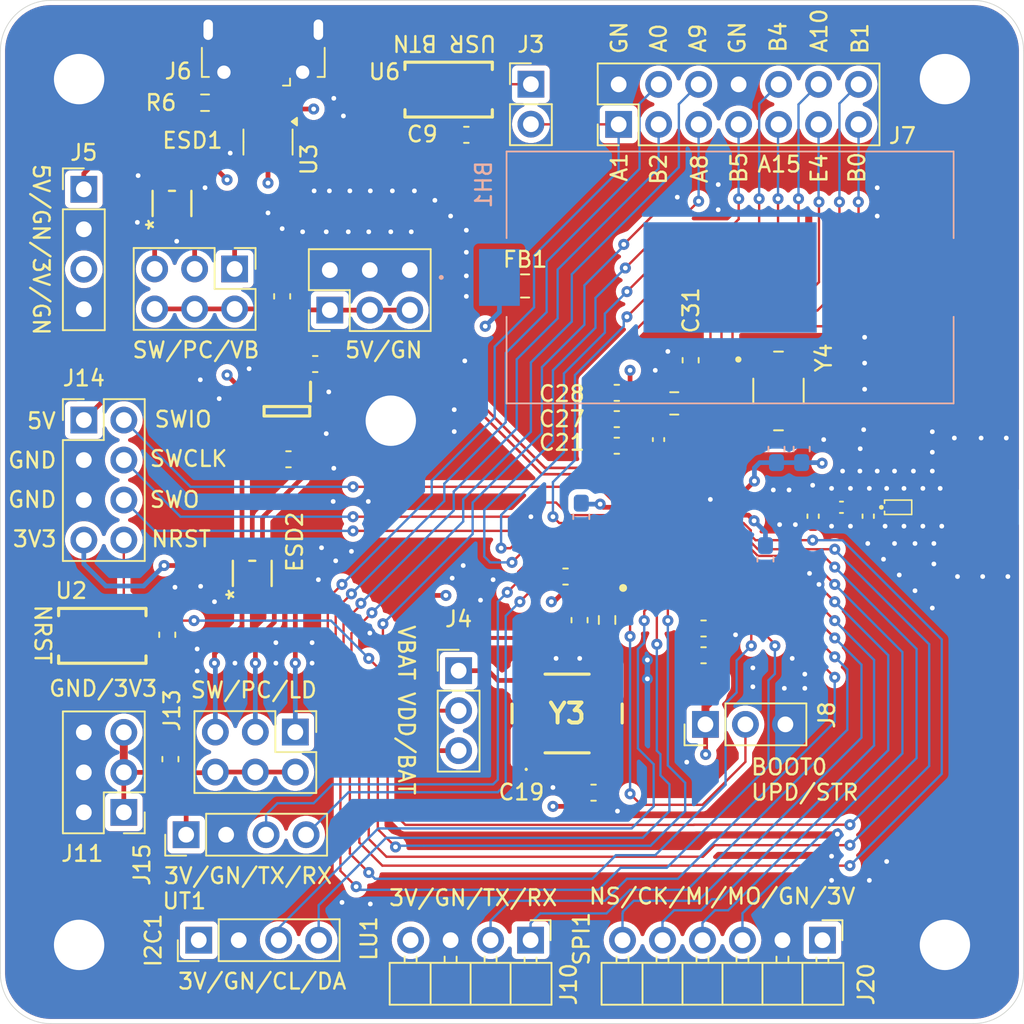
<source format=kicad_pcb>
(kicad_pcb (version 20240108) (generator "pcbnew") (generator_version "8.0")
  (layers (0 "F.Cu" signal) (1 "In1.Cu" signal) (2 "In2.Cu" signal) (31 "B.Cu" signal) (34 "B.Paste" user) (35 "F.Paste" user) (36 "B.SilkS" user "B.Silkscreen") (37 "F.SilkS" user "F.Silkscreen") (38 "B.Mask" user) (39 "F.Mask" user) (44 "Edge.Cuts" user))
  (net 0 "")
  (net 1 "+3.3V")
  (net 2 "GND")
  (net 3 "/NRST")
  (net 4 "Net-(BH1-+)")
  (net 5 "/SMPS_FB")
  (net 6 "/RF_MATCH")
  (net 8 "+3.3VA")
  (net 9 "/RF1")
  (net 10 "/VBUS")
  (net 11 "/LD_OUT_3V3")
  (net 13 "/VBAT")
  (net 14 "/3V3_SW")
  (net 15 "/PC_3V3")
  (net 16 "/PC_5V")
  (net 17 "/5V_SW")
  (net 18 "/RF_ANT")
  (net 19 "/USB_D2-")
  (net 20 "/USB_D2+")
  (net 21 "Net-(J6-ID)")
  (net 22 "/PA13_SWDIO")
  (net 23 "/PA5_SPI1_SCK")
  (net 24 "/PB8_I2C1_SCL")
  (net 25 "/PB9_I2C1_SDA")
  (net 26 "+5V")
  (net 27 "/PB6_USART1_TX")
  (net 28 "/PB3_SWO")
  (net 29 "/PB0")
  (net 31 "/PB2")
  (net 33 "/OSC_OUT")
  (net 34 "/PB1")
  (net 35 "/PA1")
  (net 36 "/PA3_LPUART1_RX")
  (net 37 "/USB_D+")
  (net 38 "/PA15")
  (net 39 "/PA2_LPUART1_TX")
  (net 40 "/PA9")
  (net 41 "/PA14_SWCLK")
  (net 42 "/PA7_SPI1_MOSI")
  (net 43 "/PA0")
  (net 44 "/OSC_IN")
  (net 45 "/PA10")
  (net 46 "/PE4")
  (net 47 "/PB4")
  (net 48 "Net-(IC1-PC14-OSC32_IN)")
  (net 49 "/PA6_SPI1_MISO")
  (net 50 "/USB_D-")
  (net 51 "/PA4_SPI1_NSS")
  (net 52 "/SMPS_LXL")
  (net 53 "/SMPS_LX")
  (net 54 "/BOOT0")
  (net 55 "Net-(Y3-OUTPUT)")
  (net 57 "/PA8_MCO")
  (net 58 "Net-(J3-Pin_1)")
  (net 61 "/PB5")
  (net 62 "/PB7_USART1_RX")
  (footprint "Connector_PinHeader_2.54mm:PinHeader_1x04_P2.54mm_Horizontal" (layer "F.Cu") (at 92.68 81.7 -90)
    (property "Reference" "J10")
    (property "Value" "LPUART1_Header")
  )
  (footprint "Personal_Project:SOT323-5L_STM-L" (layer "F.Cu") (at 75 58.4 90)
    (property "Reference" "ESD2")
    (property "Value" "ESDALC6V1W5")
  )
  (footprint "Connector_PinHeader_2.54mm:PinHeader_1x04_P2.54mm_Vertical" (layer "F.Cu") (at 71.6 81.7 90)
    (property "Reference" "J9" (hide yes))
    (property "Value" "I2C1_Header")
  )
  (footprint "Personal_Project:XTAL_ABM3B-32.000MHZ-10-R30-B1U-T" (layer "F.Cu") (at 108.42795 46.81)
    (property "Reference" "Y4")
    (property "Value" "ABM3B-32.000MHZ-8-R30-B1U-T")
  )
  (footprint "Inductor_SMD:L_0805_2012Metric_Pad1.15x1.40mm_HandSolder" (layer "F.Cu") (at 101.80795 47.6 180)
    (property "Reference" "L4" (hide yes))
    (property "Value" "10u Murata LQM21FN100M70L")
  )
  (footprint "Capacitor_SMD:C_0603_1608Metric_Pad1.08x0.95mm_HandSolder" (layer "F.Cu") (at 77.3 51.15 180)
    (property "Reference" "C25" (hide yes))
    (property "Value" "1u")
  )
  (footprint "Capacitor_SMD:C_0603_1608Metric_Pad1.08x0.95mm_HandSolder" (layer "F.Cu") (at 103.66795 63.6)
    (property "Reference" "C35" (hide yes))
    (property "Value" "1u")
  )
  (footprint "Capacitor_SMD:C_0603_1608Metric_Pad1.08x0.95mm_HandSolder" (layer "F.Cu") (at 98.15795 46.93 180)
    (property "Reference" "C28")
    (property "Value" "4u7")
  )
  (footprint "Capacitor_SMD:C_0603_1608Metric_Pad1.08x0.95mm_HandSolder" (layer "F.Cu") (at 88.6 30.54)
    (property "Reference" "C9")
    (property "Value" "1uF")
  )
  (footprint "Connector_PinHeader_2.54mm:PinHeader_1x04_P2.54mm_Vertical" (layer "F.Cu") (at 70.8 75 90)
    (property "Reference" "J15")
    (property "Value" "USART1_Header")
  )
  (footprint "Capacitor_SMD:C_0603_1608Metric_Pad1.08x0.95mm_HandSolder" (layer "F.Cu") (at 79 45.1)
    (property "Reference" "C24" (hide yes))
    (property "Value" "1u")
  )
  (footprint "Connector_PinHeader_2.54mm:PinHeader_1x03_P2.54mm_Vertical" (layer "F.Cu") (at 103.78795 67.99 90)
    (property "Reference" "J8")
    (property "Value" "BOOT0_Jumper")
  )
  (footprint "Connector_PinHeader_2.54mm:PinHeader_2x07_P2.54mm_Vertical" (layer "F.Cu") (at 98.275 29.875 90)
    (property "Reference" "J7")
    (property "Value" "Pin_Header")
  )
  (footprint "Personal_Project:SMA Clip Mount Adapter (top)" (layer "F.Cu") (at 121.4 54.2)
    (property "Reference" "J2" (hide yes))
    (property "Value" "SMA PCB END LAUNCH JACK ROUND PO")
  )
  (footprint "MountingHole:MountingHole_3.2mm_M3_Pad" (layer "F.Cu") (at 119 27)
    (property "Reference" "H2" (hide yes))
    (property "Value" "MountingHole_Pad")
  )
  (footprint "Capacitor_SMD:C_0603_1608Metric_Pad1.08x0.95mm_HandSolder" (layer "F.Cu") (at 69.6 62.3 90)
    (property "Reference" "C36" (hide yes))
    (property "Value" "1uF")
  )
  (footprint "Capacitor_SMD:C_0603_1608Metric_Pad1.08x0.95mm_HandSolder" (layer "F.Cu") (at 102.84795 44.86 90)
    (property "Reference" "C31")
    (property "Value" "4u7")
  )
  (footprint "MountingHole:MountingHole_3.2mm_M3_Pad" (layer "F.Cu") (at 64 82)
    (property "Reference" "H4" (hide yes))
    (property "Value" "MountingHole_Pad")
  )
  (footprint "Capacitor_SMD:C_0603_1608Metric_Pad1.08x0.95mm_HandSolder" (layer "F.Cu") (at 96.68 72.33 180)
    (property "Reference" "C19")
    (property "Value" "10n")
  )
  (footprint "Resistor_SMD:R_0603_1608Metric_Pad0.98x0.95mm_HandSolder" (layer "F.Cu") (at 97.54 61.36 90)
    (property "Reference" "R2" (hide yes))
    (property "Value" "10R")
  )
  (footprint "Package_TO_SOT_SMD:SOT-23-6" (layer "F.Cu") (at 76 31 -90)
    (property "Reference" "U3")
    (property "Value" "USBLC6-2SC6")
  )
  (footprint "Personal_Project:STM32WB55CGU6_QFN50P700X700X60-49N-D" (layer "F.Cu") (at 102.05795 55.45 90)
    (property "Reference" "IC1" (hide yes))
    (property "Value" "STM32WB55CGU6" (hide yes))
  )
  (footprint "Connector_PinHeader_2.54mm:PinHeader_2x04_P2.54mm_Vertical" (layer "F.Cu") (at 64.3 48.66)
    (property "Reference" "J14")
    (property "Value" "Debug_Pins")
  )
  (footprint "Connector_PinHeader_2.54mm:PinHeader_1x06_P2.54mm_Horizontal" (layer "F.Cu") (at 111.22 81.7 -90)
    (property "Reference" "J20")
    (property "Value" "SPI1_Header")
  )
  (footprint "Capacitor_SMD:C_0402_1005Metric_Pad0.74x0.62mm_HandSolder" (layer "F.Cu") (at 110.62795 54.7675 -90)
    (property "Reference" "C12" (hide yes))
    (property "Value" "0p8 GRM1555C1HR80BA01D")
  )
  (footprint "Personal_Project:PinHeader_2x03_P2.54mm_Vertical_PINS" (layer "F.Cu") (at 71.345 40.28 -90)
    (property "Reference" "J19" (hide yes))
    (property "Value" "Power Select Jumpers")
  )
  (footprint "MountingHole:MountingHole_3.2mm_M3_Pad" (layer "F.Cu") (at 83.8 48.7)
    (property "Reference" "H6" (hide yes))
    (property "Value" "MountingHole_Pad")
  )
  (footprint "Connector_USB:USB_Micro-B_Molex-105017-0001" (layer "F.Cu") (at 75.7 25.1 180)
    (property "Reference" "J6")
    (property "Value" "USB_B_Micro" (hide yes))
  )
  (footprint "Personal_Project:Clock_ECS327MVATX7CNTR" (layer "F.Cu") (at 95 67.3)
    (property "Reference" "Y3")
    (property "Value" "Clock_ECS-327MVATX-7-CN-TR" (hide yes))
  )
  (footprint "Personal_Project:Button_KMR231GLFS" (layer "F.Cu") (at 62.95 63.875)
    (property "Reference" "U2")
    (property "Value" "~")
  )
  (footprint "Resistor_SMD:R_0603_1608Metric_Pad0.98x0.95mm_HandSolder" (layer "F.Cu") (at 72 28.5)
    (property "Reference" "R6")
    (property "Value" "100k")
  )
  (footprint "MountingHole:MountingHole_3.2mm_M3_Pad" (layer "F.Cu") (at 64 27)
    (property "Reference" "H1" (hide yes))
    (property "Value" "MountingHole_Pad")
  )
  (footprint "Inductor_SMD:L_0402_1005Metric_Pad0.77x0.64mm_HandSolder" (layer "F.Cu") (at 100.80795 49.9 -90)
    (property "Reference" "L5" (hide yes))
    (property "Value" "10n Murata LQG15WZ10NJ02D")
  )
  (footprint "Connector_PinHeader_2.54mm:PinHeader_1x04_P2.54mm_Vertical" (layer "F.Cu") (at 64.3 34)
    (property "Reference" "J5")
    (property "Value" "Power Pins")
  )
  (footprint "Capacitor_SMD:C_0603_1608Metric_Pad1.08x0.95mm_HandSolder" (layer "F.Cu") (at 98.15795 50.29 180)
    (property "Reference" "C21")
    (property "Value" "100n")
  )
  (footprint "Capacitor_SMD:C_0603_1608Metric_Pad1.08x0.95mm_HandSolder" (layer "F.Cu") (at 76.9 40.8 90)
    (property "Reference" "C23" (hide yes))
    (property "Value" "4u7")
  )
  (footprint "MountingHole:MountingHole_3.2mm_M3_Pad" (layer "F.Cu") (at 119 82)
    (property "Reference" "H3" (hide yes))
    (property "Value" "MountingHole_Pad")
  )
  (footprint "Connector_PinHeader_2.54mm:PinHeader_1x02_P2.54mm_Vertical" (layer "F.Cu") (at 92.7 27.325)
    (property "Reference" "J3")
    (property "Value" "User Button Jumper")
  )
  (footprint "Capacitor_SMD:C_0805_2012Metric_Pad1.18x1.45mm_HandSolder" (layer "F.Cu") (at 92.3325 40.14)
    (property "Reference" "FB1")
    (property "Value" "BLM21PG601SN1D_0805")
  )
  (footprint "Capacitor_SMD:C_0603_1608Metric_Pad1.08x0.95mm_HandSolder" (layer "F.Cu") (at 103.66795 61.9)
    (property "Reference" "C34" (hide yes))
    (property "Value" "100n")
  )
  (footprint "Capacitor_SMD:C_0603_1608Metric_Pad1.08x0.95mm_HandSolder" (layer "F.Cu") (at 69.8 70.2 90)
    (property "Reference" "C26" (hide yes))
    (property "Value" "4u7")
  )
  (footprint "Connector_PinHeader_2.54mm:PinHeader_2x03_P2.54mm_Vertical" (layer "F.Cu") (at 66.84 73.58 180)
    (property "Reference" "J11")
    (property "Value" "3V3 Power Pins")
  )
  (footprint "Connector_PinHeader_2.54mm:PinHeader_1x03_P2.54mm_Vertical" (layer "F.Cu") (at 88.11 64.58)
    (property "Reference" "J4")
    (property "Value" "Coin Battery Jumper")
  )
  (footprint "Personal_Project:DLF162500LT-5028A1" (layer "F.Cu") (at 116.02955 54.2)
    (property "Reference" "FLT1" (hide yes))
    (property "Value" "DLF162500LT-5028A1" (hide yes))
  )
  (footprint "Capacitor_SMD:C_0402_1005Metric_Pad0.74x0.62mm_HandSolder" (layer "F.Cu") (at 114.12795 54.7675 -90)
    (property "Reference" "C7" (hide yes))
    (property "Value" "0p3 GRM1555C1HR30WA01D")
  )
  (footprint "Personal_Project:PinHeader_2x03_P2.54mm_Vertical_PINS" (layer "F.Cu") (at 75.2 69.7 -90)
    (property "Reference" "J13")
    (property "Value" "3V3 Power Source Jumpers")
  )
  (footprint "Inductor_SMD:L_0402_1005Metric_Pad0.77x0.64mm_HandSolder" (layer "F.Cu") (at 112.42795 54.2)
    (property "Reference" "L1" (hide yes))
    (property "Value" "2n7 LQG15HS2N7S02")
  )
  (footprint "Connector_PinHeader_2.54mm:PinHeader_2x03_P2.54mm_Vertical" (layer "F.Cu") (at 79.925 41.675 90)
    (property "Reference" "J1" (hide yes))
    (property "Value" "5V Power Pins")
  )
  (footprint "Capacitor_SMD:C_0603_1608Metric_Pad1.08x0.95mm_HandSolder" (layer "F.Cu") (at 98.15795 48.6 180)
    (property "Reference" "C27")
    (property "Value" "100n")
  )
  (footprint "Personal_Project:SOT323-5L_STM-L" (layer "F.Cu") (at 69.9 34.9 90)
    (property "Reference" "ESD1")
    (property "Value" "ESDALC6V1W5")
  )
  (footprint "Capacitor_SMD:C_0603_1608Metric_Pad1.08x0.95mm_HandSolder" (layer "F.Cu") (at 94.9 58.6 180)
    (property "Reference" "C20" (hide yes))
    (property "Value" "100n")
  )
  (footprint "Capacitor_SMD:C_0603_1608Metric_Pad1.08x0.95mm_HandSolder" (layer "F.Cu") (at 95.79 61.37 -90)
    (property "Reference" "C30" (hide yes))
    (property "Value" "100n")
  )
  (footprint "Personal_Project:LDO_SOT95P280X145-5N" (layer "F.Cu") (at 77.2 48.1 -90)
    (property "Reference" "LDO1" (hide yes))
    (property "Value" "LDO_TLV75733PDBVR" (hide yes))
  )
  (footprint "Personal_Project:Button_KMR231GLFS" (layer "F.Cu") (at 84.95 29.175)
    (property "Reference" "U6")
    (property "Value" "~")
  )
  (footprint "Capacitor_SMD:C_0603_1608Metric_Pad1.08x0.95mm_HandSolder" (layer "B.Cu") (at 107.6 57.5 -90)
    (property "Reference" "C33" (hide yes))
    (property "Value" "100n")
  )
  (footprint "Capacitor_SMD:C_0603_1608Metric_Pad1.08x0.95mm_HandSolder" (layer "B.Cu") (at 109.9 50.5 90)
    (property "Reference" "C32" (hide yes))
    (property "Value" "4u7")
  )
  (footprint "Personal_Project:SMA Clip Mount Adapter (bottom)" (layer "B.Cu") (at 121.4 54.225 180)
    (property "Reference" "J17" (hide yes))
    (property "Value" "~")
  )
  (footprint "Personal_Project:Battery_Holder_1060TR" (layer "B.Cu") (at 105.355 39.6)
    (property "Reference" "BH1")
    (property "Value" "Battery_Holder_1060TR" (hide yes))
  )
  (footprint "Capacitor_SMD:C_0603_1608Metric_Pad1.08x0.95mm_HandSolder" (layer "B.Cu") (at 95.9 54.8 -90)
    (property "Reference" "C29" (hide yes))
    (property "Value" "100n")
  )
  (footprint "Capacitor_SMD:C_0603_1608Metric_Pad1.08x0.95mm_HandSolder" (layer "B.Cu") (at 108.3 50.5 90)
    (property "Reference" "C22" (hide yes))
    (property "Value" "100n")
  )
  (gr_arc (start 59 25.2) (mid 59.937258 22.937258) (end 62.2 22) (stroke (width 0.05)) (layer "Edge.Cuts"))
  (gr_line (start 62.2 87) (end 120.8 87) (stroke (width 0.05)) (layer "Edge.Cuts"))
  (gr_arc (start 124 83.8) (mid 123.062742 86.062742) (end 120.8 87) (stroke (width 0.05)) (layer "Edge.Cuts"))
  (gr_line (start 120.799999 22.000001) (end 62.2 22) (stroke (width 0.05)) (layer "Edge.Cuts"))
  (gr_line (start 124 83.8) (end 123.999999 25.200001) (stroke (width 0.05)) (layer "Edge.Cuts"))
  (gr_arc (start 120.799999 22.000001) (mid 123.062741 22.937259) (end 123.999999 25.200001) (stroke (width 0.05)) (layer "Edge.Cuts"))
  (gr_arc (start 62.2 87) (mid 59.937258 86.062742) (end 59 83.8) (stroke (width 0.05)) (layer "Edge.Cuts"))
  (gr_line (start 59 25.2) (end 59 83.8) (stroke (width 0.05)) (layer "Edge.Cuts"))
  (gr_text "SWO" (at 68.4 54.3 0) (layer "F.SilkS") (effects (font (size 1 1) (thickness 0.153)) (justify left bottom)))
  (gr_text "5V" (at 60.6 49.3 0) (layer "F.SilkS") (effects (font (size 1 1) (thickness 0.153)) (justify left bottom)))
  (gr_text "SW/PC/VB" (at 67.3 44.8 0) (layer "F.SilkS") (effects (font (size 1 1) (thickness 0.153)) (justify left bottom)))
  (gr_text "UT1" (at 69.2 79.8 0) (layer "F.SilkS") (effects (font (size 1 1) (thickness 0.153)) (justify left bottom)))
  (gr_text "A0" (at 101.4 25.4 90) (layer "F.SilkS") (effects (font (size 1 1) (thickness 0.153)) (justify left bottom)))
  (gr_text "SW/PC/LD" (at 71 66.4 0) (layer "F.SilkS") (effects (font (size 1 1) (thickness 0.153)) (justify left bottom)))
  (gr_text "NRST" (at 61.1 60.3 270) (layer "F.SilkS") (effects (font (size 1 1) (thickness 0.153)) (justify left bottom)))
  (gr_text "NS/CK/MI/MO/GN/3V" (at 96.3 79.5 0) (layer "F.SilkS") (effects (font (size 1 1) (thickness 0.153)) (justify left bottom)))
  (gr_text "A15" (at 107 33 0) (layer "F.SilkS") (effects (font (size 1 1) (thickness 0.153)) (justify left bottom)))
  (gr_text "B5" (at 106.5 33.7 90) (layer "F.SilkS") (effects (font (size 1 1) (thickness 0.153)) (justify left bottom)))
  (gr_text "VBAT VDD/BAT" (at 84.2 61.6 -90) (layer "F.SilkS") (effects (font (size 1 1) (thickness 0.153)) (justify left bottom)))
  (gr_text "3V3" (at 59.7 56.8 0) (layer "F.SilkS") (effects (font (size 1 1) (thickness 0.153)) (justify left bottom)))
  (gr_text "GND/3V3" (at 62 66.3 0) (layer "F.SilkS") (effects (font (size 1 1) (thickness 0.153)) (justify left bottom)))
  (gr_text "SWIO" (at 68.7 49.2 0) (layer "F.SilkS") (effects (font (size 1 1) (thickness 0.153)) (justify left bottom)))
  (gr_text "GND" (at 59.4 51.8 0) (layer "F.SilkS") (effects (font (size 1 1) (thickness 0.153)) (justify left bottom)))
  (gr_text "5V/GN/3V/GN" (at 61 32.3 270) (layer "F.SilkS") (effects (font (size 1 1) (thickness 0.153)) (justify left bottom)))
  (gr_text "GN" (at 98.9 25.5 90) (layer "F.SilkS") (effects (font (size 1 1) (thickness 0.153)) (justify left bottom)))
  (gr_text "GND" (at 59.4 54.3 0) (layer "F.SilkS") (effects (font (size 1 1) (thickness 0.153)) (justify left bottom)))
  (gr_text "3V/GN/TX/RX" (at 69.3 78.2 0) (layer "F.SilkS") (effects (font (size 1 1) (thickness 0.153)) (justify left bottom)))
  (gr_text "LU1" (at 83 83.1 90) (layer "F.SilkS") (effects (font (size 1 1) (thickness 0.153)) (justify left bottom)))
  (gr_text "A9" (at 103.9 25.4 90) (layer "F.SilkS") (effects (font (size 1 1) (thickness 0.153)) (justify left bottom)))
  (gr_text "BOOT0\nUPD/STR" (at 106.6 72.9 0) (layer "F.SilkS") (effects (font (size 1 1) (thickness 0.153)) (justify left bottom)))
  (gr_text "B0" (at 114 33.7 90) (layer "F.SilkS") (effects (font (size 1 1) (thickness 0.153)) (justify left bottom)))
  (gr_text "B1" (at 114.2 25.5 90) (layer "F.SilkS") (effects (font (size 1 1) (thickness 0.153)) (justify left bottom)))
  (gr_text "A1" (at 98.9 33.6 90) (layer "F.SilkS") (effects (font (size 1 1) (thickness 0.153)) (justify left bottom)))
  (gr_text "SWCLK" (at 68.4 51.7 0) (layer "F.SilkS") (effects (font (size 1 1) (thickness 0.153)) (justify left bottom)))
  (gr_text "NRST" (at 68.5 56.8 0) (layer "F.SilkS") (effects (font (size 1 1) (thickness 0.153)) (justify left bottom)))
  (gr_text "E4" (at 111.6 33.7 90) (layer "F.SilkS") (effects (font (size 1 1) (thickness 0.153)) (justify left bottom)))
  (gr_text "3V/GN/CL/DA" (at 70.2 84.9 0) (layer "F.SilkS") (effects (font (size 1 1) (thickness 0.153)) (justify left bottom)))
  (gr_text "B4" (at 109 25.4 90) (layer "F.SilkS") (effects (font (size 1 1) (thickness 0.153)) (justify left bottom)))
  (gr_text "GN" (at 106.4 25.5 90) (layer "F.SilkS") (effects (font (size 1 1) (thickness 0.153)) (justify left bottom)))
  (gr_text "B2" (at 101.4 33.8 90) (layer "F.SilkS") (effects (font (size 1 1) (thickness 0.153)) (justify left bottom)))
  (gr_text "3V/GN/TX/RX" (at 83.6 79.6 0) (layer "F.SilkS") (effects (font (size 1 1) (thickness 0.153)) (justify left bottom)))
  (gr_text "A8" (at 104 33.7 90) (layer "F.SilkS") (effects (font (size 1 1) (thickness 0.153)) (justify left bottom)))
  (gr_text "5V/GN" (at 80.8 44.8 0) (layer "F.SilkS") (effects (font (size 1 1) (thickness 0.153)) (justify left bottom)))
  (gr_text "I2C1" (at 69.3 83.5 90) (layer "F.SilkS") (effects (font (size 1 1) (thickness 0.153)) (justify left bottom)))
  (gr_text "SPI1" (at 96.5 83.4 90) (layer "F.SilkS") (effects (font (size 1 1) (thickness 0.153)) (justify left bottom)))
  (gr_text "A10" (at 111.6 25.4 90) (layer "F.SilkS") (effects (font (size 1 1) (thickness 0.153)) (justify left bottom)))
  (gr_text "USR BTN" (at 90.6 24.14 180) (layer "F.SilkS") (effects (font (size 1 1) (thickness 0.153)) (justify left bottom)))
  (segment (start 66.8625 71.0625) (end 66.84 71.04) (width 0.3) (layer "F.Cu") (net 1))
  (segment (start 66.84 68.5) (end 66.84 71.04) (width 0.5) (layer "F.Cu") (net 1))
  (segment (start 69.8 71.0625) (end 72.6125 71.0625) (width 0.3) (layer "F.Cu") (net 1))
  (segment (start 103.8 69.9) (end 103.8 68.00205) (width 0.3) (layer "F.Cu") (net 1))
  (segment (start 69.8 71.0625) (end 69.8 72.5) (width 0.3) (layer "F.Cu") (net 1))
  (segment (start 95 73.2) (end 94.1 73.2) (width 0.3) (layer "F.Cu") (net 1))
  (segment (start 106.87739 55.056923) (end 106.520467 54.7) (width 0.3) (layer "F.Cu") (net 1))
  (segment (start 95.8175 72.3825) (end 95 73.2) (width 0.3) (layer "F.Cu") (net 1))
  (segment (start 99.80795 51.0775) (end 99.02045 50.29) (width 0.3) (layer "F.Cu") (net 1))
  (segment (start 106.9 52.53295) (end 106.23295 53.2) (width 0.3) (layer "F.Cu") (net 1))
  (segment (start 98.60795 58.2) (end 97.1 58.2) (width 0.3) (layer "F.Cu") (net 1))
  (segment (start 92.46 65.2) (end 94.4 65.2) (width 0.3) (layer "F.Cu") (net 1))
  (segment (start 72.6125 71.0625) (end 72.655 71.02) (width 0.3) (layer "F.Cu") (net 1))
  (segment (start 69.8 72.5) (end 70.8 73.5) (width 0.3) (layer "F.Cu") (net 1))
  (segment (start 70.8 73.5) (end 70.8 75) (width 0.3) (layer "F.Cu") (net 1))
  (segment (start 90.6 65.2) (end 92.46 65.2) (width 0.3) (layer "F.Cu") (net 1))
  (segment (start 99.80795 52) (end 99.80795 51.0775) (width 0.3) (layer "F.Cu") (net 1))
  (segment (start 98.60795 54.2) (end 97.3 54.2) (width 0.3) (layer "F.Cu") (net 1))
  (segment (start 94.4 65.2) (end 95.8175 66.6175) (width 0.3) (layer "F.Cu") (net 1))
  (segment (start 94.1625 60.2) (end 95.7625 58.6) (width 0.3) (layer "F.Cu") (net 1))
  (segment (start 99.02045 48.6) (end 99.02045 46.93) (width 0.3) (layer "F.Cu") (net 1))
  (segment (start 97.1 58.2) (end 96.7 58.6) (width 0.3) (layer "F.Cu") (net 1))
  (segment (start 99.02045 50.29) (end 99.02045 48.6) (width 0.3) (layer "F.Cu") (net 1))
  (segment (start 94 60.2) (end 94.1625 60.2) (width 0.3) (layer "F.Cu") (net 1))
  (segment (start 96.7 58.6) (end 95.7625 58.6) (width 0.3) (layer "F.Cu") (net 1))
  (segment (start 100.30795 51.5775) (end 99.02045 50.29) (width 0.3) (layer "F.Cu") (net 1))
  (segment (start 104.54295 66.115) (end 103.78795 66.87) (width 0.5) (layer "F.Cu") (net 1))
  (segment (start 99 45.5) (end 99 46.90955) (width 0.3) (layer "F.Cu") (net 1))
  (segment (start 103.78795 66.87) (end 103.78795 67.99) (width 0.5) (layer "F.Cu") (net 1))
  (segment (start 69.8425 71.02) (end 69.8 71.0625) (width 0.3) (layer "F.Cu") (net 1))
  (segment (start 97.3 54.2) (end 97.1 54) (width 0.3) (layer "F.Cu") (net 1))
  (segment (start 95.8175 72.33) (end 95.8175 72.3825) (width 0.3) (layer "F.Cu") (net 1))
  (segment (start 103.8 68.00205) (end 103.78795 67.99) (width 0.3) (layer "F.Cu") (net 1))
  (segment (start 69.7775 71.04) (end 69.8 71.0625) (width 0.3) (layer "F.Cu") (net 1))
  (segment (start 66.84 71.04) (end 66.84 73.58) (width 0.3) (layer "F.Cu") (net 1))
  (segment (start 75.195 71.02) (end 77.735 71.02) (width 0.3) (layer "F.Cu") (net 1))
  (segment (start 95.8175 66.6175) (end 95.8175 72.33) (width 0.3) (layer "F.Cu") (net 1))
  (segment (start 72.655 71.02) (end 75.195 71.02) (width 0.3) (layer "F.Cu") (net 1))
  (segment (start 100.30795 52) (end 100.30795 51.5775) (width 0.3) (layer "F.Cu") (net 1))
  (segment (start 104.54295 64.99) (end 104.54295 66.115) (width 0.5) (layer "F.Cu") (net 1))
  (segment (start 99 46.90955) (end 99.02045 46.93) (width 0.3) (layer "F.Cu") (net 1))
  (segment (start 106.23295 53.2) (end 105.50795 53.2) (width 0.3) (layer "F.Cu") (net 1))
  (segment (start 106.520467 54.7) (end 105.50795 54.7) (width 0.3) (layer "F.Cu") (net 1))
  (segment (start 66.84 71.04) (end 69.7775 71.04) (width 0.3) (layer "F.Cu") (net 1))
  (segment (start 88.11 64.58) (end 89.98 64.58) (width 0.3) (layer "F.Cu") (net 1))
  (segment (start 89.98 64.58) (end 90.6 65.2) (width 0.3) (layer "F.Cu") (net 1))
  (via (at 106.9 52.53295) (size 0.7) (drill 0.3) (layers "F.Cu" "B.Cu") (net 1))
  (via (at 99 45.5) (size 0.7) (drill 0.3) (layers "F.Cu" "B.Cu") (net 1))
  (via (at 111.2 51.4) (size 0.7) (drill 0.3) (layers "F.Cu" "B.Cu") (net 1))
  (via (at 94.1 73.2) (size 0.7) (drill 0.3) (layers "F.Cu" "B.Cu") (net 1))
  (via (at 97.1 54) (size 0.7) (drill 0.3) (layers "F.Cu" "B.Cu") (net 1))
  (via (at 106.87739 55.056923) (size 0.7) (drill 0.3) (layers "F.Cu" "B.Cu") (net 1))
  (via (at 94 60.2) (size 0.7) (drill 0.3) (layers "F.Cu" "B.Cu") (net 1))
  (via (at 103.8 69.9) (size 0.7) (drill 0.3) (layers "F.Cu" "B.Cu") (net 1))
  (segment (start 106.9 51.7) (end 107.2375 51.3625) (width 0.3) (layer "B.Cu") (net 1))
  (segment (start 107.6 55.779533) (end 107.6 56.6375) (width 0.3) (layer "B.Cu") (net 1))
  (segment (start 106.87739 55.056923) (end 107.6 55.779533) (width 0.3) (layer "B.Cu") (net 1))
  (segment (start 107.2375 51.3625) (end 108.3 51.3625) (width 0.3) (layer "B.Cu") (net 1))
  (segment (start 95.9625 54) (end 95.9 53.9375) (width 0.3) (layer "B.Cu") (net 1))
  (segment (start 111.1625 51.3625) (end 111.2 51.4) (width 0.3) (layer "B.Cu") (net 1))
  (segment (start 108.3 51.3625) (end 109.9 51.3625) (width 0.3) (layer "B.Cu") (net 1))
  (segment (start 109.9 51.3625) (end 111.1625 51.3625) (width 0.3) (layer "B.Cu") (net 1))
  (segment (start 106.9 52.53295) (end 106.9 51.7) (width 0.3) (layer "B.Cu") (net 1))
  (segment (start 97.1 54) (end 95.9625 54) (width 0.3) (layer "B.Cu") (net 1))
  (segment (start 104.1 53.7) (end 103.80795 53.7) (width 0.3) (layer "F.Cu") (net 2))
  (segment (start 105.50795 53.7) (end 104.1 53.7) (width 0.3) (layer "F.Cu") (net 2))
  (segment (start 101.30795 52) (end 101.30795 54.7) (width 0.3) (layer "F.Cu") (net 2))
  (segment (start 103.80795 53.7) (end 102.05795 55.45) (width 0.3) (layer "F.Cu") (net 2))
  (segment (start 101.30795 54.7) (end 102.05795 55.45) (width 0.3) (layer "F.Cu") (net 2))
  (via (at 88.6 38) (size 0.7) (drill 0.3) (layers "F.Cu" "B.Cu") (net 2))
  (via (at 111.8 77.9) (size 0.7) (drill 0.3) (layers "F.Cu" "B.Cu") (net 2))
  (via (at 111.8 76.365) (size 0.7) (drill 0.3) (layers "F.Cu" "B.Cu") (net 2))
  (via (at 88.4 57.9) (size 0.7) (drill 0.3) (layers "F.Cu" "B.Cu") (net 2))
  (via (at 79.4 56.77) (size 0.7) (drill 0.3) (layers "F.Cu" "B.Cu") (net 2))
  (via (at 108.1 53.1) (size 0.7) (drill 0.3) (layers "F.Cu" "B.Cu") (net 2))
  (via (at 108.5 55.3) (size 0.7) (drill 0.3) (layers "F.Cu" "B.Cu") (net 2))
  (via (at 82.4 36.7) (size 0.7) (drill 0.3) (layers "F.Cu" "B.Cu") (net 2))
  (via (at 85.3 34.1) (size 0.7) (drill 0.3) (layers "F.Cu" "B.Cu") (net 2))
  (via (at 76.9 36.5) (size 0.7) (drill 0.3) (layers "F.Cu" "B.Cu") (net 2))
  (via (at 87.6 35.7) (size 0.7) (drill 0.3) (layers "F.Cu" "B.Cu") (net 2))
  (via (at 102.6 70.39) (size 0.7) (drill 0.3) (layers "F.Cu" "B.Cu") (net 2))
  (via (at 86.6 34.7) (size 0.7) (drill 0.3) (layers "F.Cu" "B.Cu") (net 2))
  (via (at 122.9 49.8) (size 0.7) (drill 0.3) (layers "F.Cu" "B.Cu") (net 2))
  (via (at 105.7 62.3) (size 0.7) (drill 0.3) (layers "F.Cu" "B.Cu") (net 2))
  (via (at 111 59.1) (size 0.7) (drill 0.3) (layers "F.Cu" "B.Cu") (net 2))
  (via (at 116.4 55.4) (size 0.7) (drill 0.3) (layers "F.Cu" "B.Cu") (net 2))
  (via (at 83.8 36.7) (size 0.7) (drill 0.3) (layers "F.Cu" "B.Cu") (net 2))
  (via (at 87.83 49.39) (size 0.7) (drill 0.3) (layers "F.Cu" "B.Cu") (net 2))
  (via (at 73.6 31.7) (size 0.7) (drill 0.3) (layers "F.Cu" "B.Cu") (net 2))
  (via (at 76.5 62.8) (size 0.7) (drill 0.3) (layers "F.Cu" "B.Cu") (net 2))
  (via (at 110.1 65.7) (size 0.7) (drill 0.3) (layers "F.Cu" "B.Cu") (net 2))
  (via (at 118.2 60.6) (size 0.7) (drill 0.3) (layers "F.Cu" "B.Cu") (net 2))
  (via (at 79.7 49.52) (size 0.7) (drill 0.3) (layers "F.Cu" "B.Cu") (net 2))
  (via (at 80.14 53.83) (size 0.7) (drill 0.3) (layers "F.Cu" "B.Cu") (net 2))
  (via (at 113 53) (size 0.7) (drill 0.3) (layers "F.Cu" "B.Cu") (net 2))
  (via (at 109.5 55.3) (size 0.7) (drill 0.3) (layers "F.Cu" "B.Cu") (net 2))
  (via (at 117.6 53) (size 0.7) (drill 0.3) (layers "F.Cu" "B.Cu") (net 2))
  (via (at 112.5 51.9) (size 0.7) (drill 0.3) (layers "F.Cu" "B.Cu") (net 2))
  (via (at 71.5 63.2) (size 0.7) (drill 0.3) (layers "F.Cu" "B.Cu") (net 2))
  (via (at 72.9 47.3) (size 0.7) (drill 0.3) (layers "F.Cu" "B.Cu") (net 2))
  (via (at 115.1 57.5) (size 0.7) (drill 0.3) (layers "F.Cu" "B.Cu") (net 2))
  (via (at 101.4 44.3) (size 0.7) (drill 0.3) (layers "F.Cu" "B.Cu") (net 2))
  (via (at 78.93 34.1) (size 0.7) (drill 0.3) (layers "F.Cu" "B.Cu") (net 2))
  (via (at 88.6 39.5) (size 0.7) (drill 0.3) (layers "F.Cu" "B.Cu") (net 2))
  (via (at 119.8 58.6) (size 0.7) (drill 0.3) (layers "F.Cu" "B.Cu") (net 2))
  (via (at 112.16795 74.965) (size 0.7) (drill 0.3) (layers "F.Cu" "B.Cu") (net 2))
  (via (at 121.3 49.8) (size 0.7) (drill 0.3) (layers "F.Cu" "B.Cu") (net 2))
  (via (at 74.8 45.4) (size 0.7) (drill 0.3) (layers "F.Cu" "B.Cu") (net 2))
  (via (at 115.3 76.7) (size 0.7) (drill 0.3) (layers "F.Cu" "B.Cu") (net 2))
  (via (at 79.2 58.8) (size 0.7) (drill 0.3) (layers "F.Cu" "B.Cu") (net 2))
  (via (at 117.1 59.5) (size 0.7) (drill 0.3) (layers "F.Cu" "B.Cu") (net 2))
  (via (at 89.5 60.1) (size 0.7) (drill 0.3) (layers "F.Cu" "B.Cu") (net 2))
  (via (at 72 33.9) (size 0.7) (drill 0.3) (layers "F.Cu" "B.Cu") (net 2))
  (via (at 123 58.6) (size 0.7) (drill 0.3) (layers "F.Cu" "B.Cu") (net 2))
  (via (at 117.6 55.4) (size 0.7) (drill 0.3) (layers "F.Cu" "B.Cu") (net 2))
  (via (at 117 51.9) (size 0.7) (drill 0.3) (layers "F.Cu" "B.Cu") (net 2))
  (via (at 80.18 51.72) (size 0.7) (drill 0.3) (layers "F.Cu" "B.Cu") (net 2))
  (via (at 98.2 73.5) (size 0.7) (drill 0.3) (layers "F.Cu" "B.Cu") (net 2))
  (via (at 113.9 45.04) (size 0.7) (drill 0.3) (layers "F.Cu" "B.Cu") (net 2))
  (via (at 100.1 65.1) (size 0.7) (drill 0.3) (layers "F.Cu" "B.Cu") (net 2))
  (via (at 116.1 58.5) (size 0.7) (drill 0.3) (layers "F.Cu" "B.Cu") (net 2))
  (via (at 87.83 48) (size 0.7) (drill 0.3) (layers "F.Cu" "B.Cu") (net 2))
  (via (at 121.4 58.6) (size 0.7) (drill 0.3) (layers "F.Cu" "B.Cu") (net 2))
  (via (at 94.3 63.8) (size 0.7) (drill 0.3) (layers "F.Cu" "B.Cu") (net 2))
  (via (at 79.9 34.1) (size 0.7) (drill 0.3) (layers "F.Cu" "B.Cu") (net 2))
  (via (at 88.6 36.6) (size 0.7) (drill 0.3) (layers "F.Cu" "B.Cu") (net 2))
  (via (at 79.86 46.87) (size 0.7) (drill 0.3) (layers "F.Cu" "B.Cu") (net 2))
  (via (at 113.84 49.27) (size 0.7) (drill 0.3) (layers "F.Cu" "B.Cu") (net 2))
  (via (at 78.8 62.8) (size 0.7) (drill 0.3) (layers "F.Cu" "B.Cu") (net 2))
  (via (at 104.6 33.7) (size 0.7) (drill 0.3) (layers "F.Cu" "B.Cu") (net 2))
  (via (at 117.1 56.5) (size 0.7) (drill 0.3) (layers "F.Cu" "B.Cu") (net 2))
  (via (at 109.3 63.8) (size 0.7) (drill 0.3) (layers "F.Cu" "B.Cu") (net 2))
  (via (at 113 55.4) (size 0.7) (drill 0.3) (layers "F.Cu" "B.Cu") (net 2))
  (via (at 85.1 36.7) (size 0.7) (drill 0.3) (layers "F.Cu" "B.Cu") (net 2))
  (via (at 80.3 57.6) (size 0.7) (drill 0.3) (layers "F.Cu" "B.Cu") (net 2))
  (via (at 73.9 64.1) (size 0.7) (drill 0.3) (layers "F.Cu" "B.Cu") (net 2))
  (via (at 100.6 45.5) (size 0.7) (drill 0.3) (layers "F.Cu" "B.Cu") (net 2))
  (via (at 72.6 60.2) (size 0.7) (drill 0.3) (layers "F.Cu" "B.Cu") (net 2))
  (via (at 110.4 58.4) (size 0.7) (drill 0.3) (layers "F.Cu" "B.Cu") (net 2))
  (via (at 106.8 65.6) (size 0.7) (drill 0.3) (layers "F.Cu" "B.Cu") (net 2))
  (via (at 80.79 29.34) (size 0.7) (drill 0.3) (layers "F.Cu" "B.Cu") (net 2))
  (via (at 119.6 49.8) (size 0.7) (drill 0.3) (layers "F.Cu" "B.Cu") (net 2))
  (via (at 67.7 36.1) (size 0.7) (drill 0.3) (layers "F.Cu" "B.Cu") (net 2))
  (via (at 71.7 46.1) (size 0.7) (drill 0.3) (layers "F.Cu" "B.Cu") (net 2))
  (via (at 94.1 72) (size 0.7) (drill 0.3) (layers "F.Cu" "B.Cu") (net 2))
  (via (at 102 34.5) (size 0.7) (drill 0.3) (layers "F.Cu" "B.Cu") (net 2))
  (via (at 113.9 43.4) (size 0.7) (drill 0.3) (layers "F.Cu" "B.Cu") (net 2))
  (via (at 80.7 79.3) (size 0.7) (drill 0.3) (layers "F.Cu" "B.Cu") (net 2))
  (via (at 118.8 55.4) (size 0.7) (drill 0.3) (layers "F.Cu" "B.Cu") (net 2))
  (via (at 115.8 56.5) (size 0.7) (drill 0.3) (layers "F.Cu" "B.Cu") (net 2))
  (via (at 115.2 55.4) (size 0.7) (drill 0.3) (layers "F.Cu" "B.Cu") (net 2))
  (via (at 70.2 37.3) (size 0.7) (drill 0.3) (layers "F.Cu" "B.Cu") (net 2))
  (via (at 118.7 53) (size 0.7) (drill 0.3) (layers "F.Cu" "B.Cu") (net 2))
  (via (at 71.5 64.6) (size 0.7) (drill 0.3) (layers "F.Cu" "B.Cu") (net 2))
  (via (at 82.5 79.4) (size 0.7) (drill 0.3) (layers "F.Cu" "B.Cu") (net 2))
  (via (at 80.18 28.22) (size 0.7) (drill 0.3) (layers "F.Cu" "B.Cu") (net 2))
  (via (at 88.5 44.9) (size 0.7) (drill 0.3) (layers "F.Cu" "B.Cu") (net 2))
  (via (at 110.1 64.8) (size 0.7) (drill 0.3) (layers "F.Cu" "B.Cu") (net 2))
  (via (at 88.6 40.8) (size 0.7) (drill 0.3) (layers "F.Cu" "B.Cu") (net 2))
  (via (at 114.1 56.5) (size 0.7) (drill 0.3) (layers "F.Cu" "B.Cu") (net 2))
  (via (at 104.6 35.3) (size 0.7) (drill 0.3) (layers "F.Cu" "B.Cu") (net 2))
  (via (at 114.7 51.9) (size 0.7) (drill 0.3) (layers "F.Cu" "B.Cu") (net 2))
  (via (at 114.7 35.7) (size 0.7) (drill 0.3) (layers "F.Cu" "B.Cu") (net 2))
  (via (at 76 35.5) (size 0.7) (drill 0.3) (layers "F.Cu" "B.Cu") (net 2))
  (via (at 82.5 34.1) (size 0.7) (drill 0.3) (layers "F.Cu" "B.Cu") (net 2))
  (via (at 76.5 64.1) (size 0.7) (drill 0.3) (layers "F.Cu" "B.Cu") (net 2))
  (via (at 109.1 53.1) (size 0.7) (drill 0.3) (layers "F.Cu" "B.Cu") (net 2))
  (via (at 95.8 63.8) (size 0.7) (drill 0.3) (layers "F.Cu" "B.Cu") (net 2))
  (via (at 100.1 63.9) (size 0.7) (drill 0.3) (layers "F.Cu" "B.Cu") (net 2))
  (via (at 113.9 46.7) (size 0.7) (drill 0.3) (layers "F.Cu" "B.Cu") (net 2))
  (via (at 81.2 34.1) (size 0.7) (drill 0.3) (layers "F.Cu" "B.Cu") (net 2))
  (via (at 118.2 49.4) (size 0.7) (drill 0.3) (layers "F.Cu" "B.Cu") (net 2))
  (via (at 113.6 51.9) (size 0.7) (drill 0.3) (layers "F.Cu" "B.Cu") (net 2))
  (via (at 110.6 52.8) (size 0.7) (drill 0.3) (layers "F.Cu" "B.Cu") (net 2))
  (via (at 111.8 53) (size 0.7) (drill 0.3) (layers "F.Cu" "B.Cu") (net 2))
  (via (at 87.7 58.7) (size 0.7) (drill 0.3) (layers "F.Cu" "B.Cu") (net 2))
  (via (at 79.7 36.7) (size 0.7) (drill 0.3) (layers "F.Cu" "B.Cu") (net 2))
  (via (at 118.2 51.9) (size 0.7) (drill 0.3) (layers "F.Cu" "B.Cu") (net 2))
  (via (at 114.2 53) (size 0.7) (drill 0.3) (layers "F.Cu" "B.Cu") (net 2))
  (via (at 104.1 53.7) (size 0.7) (drill 0.3) (layers "F.Cu" "B.Cu") (net 2))
  (via (at 90.3 58.8) (size 0.7) (drill 0.3) (layers "F.Cu" "B.Cu") (net 2))
  (via (at 106.8 64.4) (size 0.7) (drill 0.3) (layers "F.Cu" "B.Cu") (net 2))
  (via (at 92.7 54.8) (size 0.7) (drill 0.3) (layers "F.Cu" "B.Cu") (net 2))
  (via (at 83.9 34.1) (size 0.7) (drill 0.3) (layers "F.Cu" "B.Cu") (net 2))
  (via (at 111.3 49.9) (size 0.7) (drill 0.3) (layers "F.Cu" "B.Cu") (net 2))
  (via (at 78.2 36.7) (size 0.7) (drill 0.3) (layers "F.Cu" "B.Cu") (net 2))
  (via (at 115.8 51.9) (size 0.7) (drill 0.3) (layers "F.Cu" "B.Cu") (net 2))
  (via (at 111.8 55.4) (size 0.7) (drill 0.3) (layers "F.Cu" "B.Cu") (net 2))
  (via (at 114.7 33.901) (size 0.7) (drill 0.3) (layers "F.Cu" "B.Cu") (net 2))
  (via (at 71.72 59.22) (size 0.7) (drill 0.3) (layers "F.Cu" "B.Cu") (net 2))
  (via (at 67.75 33.13) (size 0.7) (drill 0.3) (layers "F.Cu" "B.Cu") (net 2))
  (via (at 118.2 50.7) (size 0.7) (drill 0.3) (layers "F.Cu" "B.Cu") (net 2))
  (via (at 108.8 65.7) (size 0.7) (drill 0.3) (layers "F.Cu" "B.Cu") (net 2))
  (via (at 118.3 56.5) (size 0.7) (drill 0.3) (layers "F.Cu" "B.Cu") (net 2))
  (via (at 116.4 53) (size 0.7) (drill 0.3) (layers "F.Cu" "B.Cu") (net 2))
  (via (at 115.3 53) (size 0.7) (drill 0.3) (layers "F.Cu" "B.Cu") (net 2))
  (via (at 113.62 50.48) (size 0.7) (drill 0.3) (layers "F.Cu" "B.Cu") (net 2))
  (via (at 82.37 53.83) (size 0.7) (drill 0.3) (layers "F.Cu" "B.Cu") (net 2))
  (via (at 118.3 57.8) (size 0.7) (drill 0.3) (layers "F.Cu" "B.Cu") (net 2))
  (via (at 81.1 36.7) (size 0.7) (drill 0.3) (layers "F.Cu" "B.Cu") (net 2))
  (via (at 82.47 62.19) (size 0.7) (drill 0.3) (layers "F.Cu" "B.Cu") (net 2))
  (via (at 78.8 64.1) (size 0.7) (drill 0.3) (layers "F.Cu" "B.Cu") (net 2))
  (via (at 70.09 59.28) (size 0.7) (drill 0.3) (layers "F.Cu" "B.Cu") (net 2))
  (via (at 81.3 57) (size 0.7) (drill 0.3) (layers "F.Cu" "B.Cu") (net 2))
  (via (at 114.2 77.9) (size 0.7) (drill 0.3) (layers "F.Cu" "B.Cu") (net 2))
  (segment (start 102.30795 59.59205) (end 102.30795 58.9) (width 0.15) (layer "F.Cu") (net 3))
  (segment (start 69.6 61.4375) (end 68.8625 61.4375) (width 0.15) (layer "F.Cu") (net 3))
  (segment (start 68.525 61.775) (end 67.5 61.775) (width 0.15) (layer "F.Cu") (net 3))
  (segment (start 66.84 59.74) (end 66.84 56.28) (width 0.15) (layer "F.Cu") (net 3))
  (segment (start 83.0625 74.7375) (end 84.1 75.775) (width 0.15) (layer "F.Cu") (net 3))
  (segment (start 101.4 61.4) (end 101.4 60.5) (width 0.15) (layer "F.Cu") (net 3))
  (segment (start 69.6375 61.4) (end 69.6 61.4375) (width 0.15) (layer "F.Cu") (net 3))
  (segment (start 82.4 63.8) (end 82.975 64.375) (width 0.15) (layer "F.Cu") (net 3))
  (segment (start 101.4 60.5) (end 102.30795 59.59205) (width 0.15) (layer "F.Cu") (net 3))
  (segment (start 68.8625 61.4375) (end 68.525 61.775) (width 0.15) (layer "F.Cu") (net 3))
  (segment (start 67.5 61.775) (end 67.5 60.4) (width 0.15) (layer "F.Cu") (net 3))
  (segment (start 82.975 64.375) (end 82.975 74.65) (width 0.15) (layer "F.Cu") (net 3))
  (segment (start 67.5 61.775) (end 67.5 63.375) (width 0.15) (layer "F.Cu") (net 3))
  (segment (start 67.5 60.4) (end 66.84 59.74) (width 0.15) (layer "F.Cu") (net 3))
  (segment (start 71.3 61.4) (end 69.6375 61.4) (width 0.15) (layer "F.Cu") (net 3))
  (segment (start 82.975 74.65) (end 83.0625 74.7375) (width 0.15) (layer "F.Cu") (net 3))
  (segment (start 83 74.675) (end 83.0625 74.7375) (width 0.15) (layer "F.Cu") (net 3))
  (via (at 84.1 75.775) (size 0.7) (drill 0.3) (layers "F.Cu" "B.Cu") (net 3))
  (via (at 71.3 61.4) (size 0.7) (drill 0.3) (layers "F.Cu" "B.Cu") (net 3))
  (via (at 82.4 63.8) (size 0.7) (drill 0.3) (layers "F.Cu" "B.Cu") (net 3))
  (via (at 101.4 61.4) (size 0.7) (drill 0.3) (layers "F.Cu" "B.Cu") (net 3))
  (segment (start 85.9 75.7) (end 84.175 75.7) (width 0.15) (layer "B.Cu") (net 3))
  (segment (start 102.5 73.5) (end 100.3 75.7) (width 0.15) (layer "B.Cu") (net 3))
  (segment (start 101.4 61.4) (end 101.4 70.6) (width 0.15) (layer "B.Cu") (net 3))
  (segment (start 100.3 75.7) (end 85.9 75.7) (width 0.15) (layer "B.Cu") (net 3))
  (segment (start 101.4 70.6) (end 102.5 71.7) (width 0.15) (layer "B.Cu") (net 3))
  (segment (start 80 61.4) (end 71.3 61.4) (width 0.15) (layer "B.Cu") (net 3))
  (segment (start 102.5 71.7) (end 102.5 73.5) (width 0.15) (layer "B.Cu") (net 3))
  (segment (start 84.175 75.7) (end 84.1 75.775) (width 0.15) (layer "B.Cu") (net 3))
  (segment (start 82.4 63.8) (end 80 61.4) (width 0.15) (layer "B.Cu") (net 3))
  (segment (start 88.11 69.66) (end 85.86 69.66) (width 0.3) (layer "F.Cu") (net 4))
  (segment (start 86.5 59.8) (end 87.3 59.8) (width 0.3) (layer "F.Cu") (net 4))
  (segment (start 84.6 61.7) (end 86.5 59.8) (width 0.3) (layer "F.Cu") (net 4))
  (segment (start 84.6 68.4) (end 84.6 61.7) (width 0.3) (layer "F.Cu") (net 4))
  (segment (start 85.86 69.66) (end 84.6 68.4) (width 0.3) (layer "F.Cu") (net 4))
  (via (at 87.3 59.8) (size 0.7) (drill 0.3) (layers "F.Cu" "B.Cu") (net 4))
  (via (at 89.8 42.7) (size 0.7) (drill 0.3) (layers "F.Cu" "B.Cu") (net 4))
  (segment (start 90.7 41.8) (end 90.7 39.6) (width 0.3) (layer "B.Cu") (net 4))
  (segment (start 89.8 42.7) (end 90.7 41.8) (width 0.3) (layer "B.Cu") (net 4))
  (segment (start 102.83295 45.7375) (end 102.84795 45.7225) (width 0.3) (layer "F.Cu") (net 5))
  (segment (start 102.83295 47.6) (end 102.83295 48.465) (width 0.3) (layer "F.Cu") (net 5))
  (segment (start 101.80795 49.49) (end 101.80795 52) (width 0.3) (layer "F.Cu") (net 5))
  (segment (start 102.83295 47.6) (end 102.83295 45.7375) (width 0.3) (layer "F.Cu") (net 5))
  (segment (start 102.83295 48.465) (end 101.80795 49.49) (width 0.3) (layer "F.Cu") (net 5))
  (segment (start 114.12795 54.2) (end 115.41655 54.2) (width 0.1565) (layer "F.Cu") (net 6))
  (segment (start 113.00045 54.2) (end 114.12795 54.2) (width 0.1565) (layer "F.Cu") (net 6))
  (segment (start 102.80795 58.9) (end 102.80795 61.8975) (width 0.3) (layer "F.Cu") (net 8))
  (segment (start 102.80545 63.6) (end 102.80545 65.2875) (width 0.3) (layer "F.Cu") (net 8))
  (segment (start 102.80795 61.8975) (end 102.80545 61.9) (width 0.3) (layer "F.Cu") (net 8))
  (segment (start 102.80545 65.2875) (end 102.79295 65.3) (width 0.3) (layer "F.Cu") (net 8))
  (segment (start 102.80545 61.9) (end 102.80545 63.6) (width 0.3) (layer "F.Cu") (net 8))
  (segment (start 105.50795 54.2) (end 110.62795 54.2) (width 0.1565) (layer "F.Cu") (net 9))
  (segment (start 111.85545 54.2) (end 110.62795 54.2) (width 0.1565) (layer "F.Cu") (net 9))
  (segment (start 73.88 36.08) (end 73.88 39.06) (width 0.3) (layer "F.Cu") (net 10))
  (segment (start 70.549999 33.89035) (end 70.549999 34.209704) (width 0.3) (layer "F.Cu") (net 10))
  (segment (start 78.9 28.9) (end 78.1 28.9) (width 0.3) (layer "F.Cu") (net 10))
  (segment (start 70.549999 34.209704) (end 71.740295 35.4) (width 0.3) (layer "F.Cu") (net 10))
  (segment (start 76 32.1375) (end 76 33.1) (width 0.3) (layer "F.Cu") (net 10))
  (segment (start 71.740295 35.4) (end 73.2 35.4) (width 0.3) (layer "F.Cu") (net 10))
  (segment (start 71.3 32.6) (end 70.549999 33.350001) (width 0.3) (layer "F.Cu") (net 10))
  (segment (start 78.1 28.9) (end 77 27.8) (width 0.3) (layer "F.Cu") (net 10))
  (segment (start 70.549999 33.350001) (end 70.549999 33.89035) (width 0.3) (layer "F.Cu") (net 10))
  (segment (start 73.2 35.4) (end 73.88 36.08) (width 0.3) (layer "F.Cu") (net 10))
  (segment (start 76 33.1) (end 76 33.6) (width 0.3) (layer "F.Cu") (net 10))
  (segment (start 77 27.8) (end 77 26.5625) (width 0.3) (layer "F.Cu") (net 10))
  (segment (start 73.4 33.4) (end 72.6 32.6) (width 0.3) (layer "F.Cu") (net 10))
  (segment (start 72.6 32.6) (end 71.3 32.6) (width 0.3) (layer "F.Cu") (net 10))
  (via (at 78.9 28.9) (size 0.7) (drill 0.3) (layers "F.Cu" "B.Cu") (net 10))
  (via (at 73.4 33.4) (size 0.7) (drill 0.3) (layers "F.Cu" "B.Cu") (net 10))
  (via (at 76 33.6) (size 0.7) (drill 0.3) (layers "F.Cu" "B.Cu") (net 10))
  (segment (start 75.649999 57.649999) (end 75.649999 57.39035) (width 0.3) (layer "F.Cu") (net 11))
  (segment (start 78.15 51.1375) (end 78.1625 51.15) (width 0.3) (layer "F.Cu") (net 11))
  (segment (start 78.1625 52.3375) (end 75.649999 54.850001) (width 0.3) (layer "F.Cu") (net 11))
  (segment (start 78.15 49.35) (end 78.15 51.1375) (width 0.3) (layer "F.Cu") (net 11))
  (segment (start 77.735 64.1) (end 77.735 59.735) (width 0.3) (layer "F.Cu") (net 11))
  (segment (start 77.735 59.735) (end 75.649999 57.649999) (width 0.3) (layer "F.Cu") (net 11))
  (segment (start 75.649999 54.850001) (end 75.649999 57.39035) (width 0.3) (layer "F.Cu") (net 11))
  (segment (start 78.1625 51.15) (end 78.1625 52.3375) (width 0.3) (layer "F.Cu") (net 11))
  (via (at 77.735 64.1) (size 0.7) (drill 0.3) (layers "F.Cu" "B.Cu") (net 11))
  (segment (start 77.735 64.1) (end 77.735 68.48) (width 0.3) (layer "B.Cu") (net 11))
  (segment (start 86.82 67.12) (end 88.11 67.12) (width 0.25) (layer "F.Cu") (net 13))
  (segment (start 95.79 60.64) (end 93.93 62.5) (width 0.25) (layer "F.Cu") (net 13))
  (segment (start 86.7 62.5) (end 85.9 63.3) (width 0.25) (layer "F.Cu") (net 13))
  (segment (start 99.30795 58.9) (end 97.3975 58.9) (width 0.25) (layer "F.Cu") (net 13))
  (segment (start 93.93 62.5) (end 86.7 62.5) (width 0.25) (layer "F.Cu") (net 13))
  (segment (start 97.3975 58.9) (end 95.79 60.5075) (width 0.25) (layer "F.Cu") (net 13))
  (segment (start 85.9 63.3) (end 85.9 66.2) (width 0.25) (layer "F.Cu") (net 13))
  (segment (start 95.79 60.5075) (end 95.79 60.64) (width 0.25) (layer "F.Cu") (net 13))
  (segment (start 85.9 66.2) (end 86.82 67.12) (width 0.25) (layer "F.Cu") (net 13))
  (segment (start 74.350001 61.749999) (end 72.655 63.445) (width 0.3) (layer "F.Cu") (net 14))
  (segment (start 69.4 57.9) (end 73.120176 57.9) (width 0.3) (layer "F.Cu") (net 14))
  (segment (start 72.655 63.445) (end 72.6 63.5) (width 0.3) (layer "F.Cu") (net 14))
  (segment (start 73.120176 57.9) (end 74.350001 59.129825) (width 0.3) (layer "F.Cu") (net 14))
  (segment (start 74.350001 59.40965) (end 74.350001 61.749999) (width 0.3) (layer "F.Cu") (net 14))
  (segment (start 74.350001 59.129825) (end 74.350001 59.40965) (width 0.3) (layer "F.Cu") (net 14))
  (segment (start 72.6 63.5) (end 72.6 64.1) (width 0.3) (layer "F.Cu") (net 14))
  (via (at 69.4 57.9) (size 0.7) (drill 0.3) (layers "F.Cu" "B.Cu") (net 14))
  (via (at 72.6 64.1) (size 0.7) (drill 0.3) (layers "F.Cu" "B.Cu") (net 14))
  (segment (start 64.3 56.28) (end 64.3 57.8) (width 0.3) (layer "B.Cu") (net 14))
  (segment (start 64.3 57.8) (end 65.7 59.2) (width 0.3) (layer "B.Cu") (net 14))
  (segment (start 65.7 59.2) (end 68.1 59.2) (width 0.3) (layer "B.Cu") (net 14))
  (segment (start 72.655 64.155) (end 72.655 68.48) (width 0.3) (layer "B.Cu") (net 14))
  (segment (start 68.1 59.2) (end 69.4 57.9) (width 0.3) (layer "B.Cu") (net 14))
  (segment (start 72.6 64.1) (end 72.655 64.155) (width 0.3) (layer "B.Cu") (net 14))
  (segment (start 75.703899 58.4) (end 76.4 59.096101) (width 0.3) (layer "F.Cu") (net 15))
  (segment (start 75.2 62.7) (end 75.2 64.1) (width 0.3) (layer "F.Cu") (net 15))
  (segment (start 74.350001 46.750001) (end 74.350001 57.39035) (width 0.3) (layer "F.Cu") (net 15))
  (segment (start 75.2 68.475) (end 75.195 68.48) (width 0.3) (layer "F.Cu") (net 15))
  (segment (start 73.4 45.8) (end 74.350001 46.750001) (width 0.3) (layer "F.Cu") (net 15))
  (segment (start 74.350001 57.39035) (end 74.350001 58.050001) (width 0.3) (layer "F.Cu") (net 15))
  (segment (start 74.7 58.4) (end 75.703899 58.4) (width 0.3) (layer "F.Cu") (net 15))
  (segment (start 74.350001 58.050001) (end 74.7 58.4) (width 0.3) (layer "F.Cu") (net 15))
  (segment (start 76.4 61.5) (end 75.2 62.7) (width 0.3) (layer "F.Cu") (net 15))
  (segment (start 76.4 59.096101) (end 76.4 61.5) (width 0.3) (layer "F.Cu") (net 15))
  (via (at 73.4 45.8) (size 0.7) (drill 0.3) (layers "F.Cu" "B.Cu") (net 15))
  (via (at 75.2 64.1) (size 0.7) (drill 0.3) (layers "F.Cu" "B.Cu") (net 15))
  (segment (start 75.2 64.1) (end 75.195 64.105) (width 0.3) (layer "B.Cu") (net 15))
  (segment (start 75.195 64.105) (end 75.195 68.48) (width 0.3) (layer "B.Cu") (net 15))
  (segment (start 69.250001 33.89035) (end 69.20965 33.89035) (width 0.3) (layer "F.Cu") (net 16))
  (segment (start 65.7 31.6) (end 68.5 31.6) (width 0.3) (layer "F.Cu") (net 16))
  (segment (start 69.250001 33.89035) (end 69.250001 34.450001) (width 0.3) (layer "F.Cu") (net 16))
  (segment (start 69.250001 32.350001) (end 69.250001 33.89035) (width 0.3) (layer "F.Cu") (net 16))
  (segment (start 71.34 35.636101) (end 71.34 39.06) (width 0.3) (layer "F.Cu") (net 16))
  (segment (start 70.603899 34.9) (end 71.34 35.636101) (width 0.3) (layer "F.Cu") (net 16))
  (segment (start 64.3 34) (end 64.3 33) (width 0.3) (layer "F.Cu") (net 16))
  (segment (start 64.3 33) (end 65.7 31.6) (width 0.3) (layer "F.Cu") (net 16))
  (segment (start 69.250001 34.450001) (end 69.7 34.9) (width 0.3) (layer "F.Cu") (net 16))
  (segment (start 68.5 31.6) (end 69.250001 32.350001) (width 0.3) (layer "F.Cu") (net 16))
  (segment (start 69.7 34.9) (end 70.603899 34.9) (width 0.3) (layer "F.Cu") (net 16))
  (segment (start 68.8 37.3) (end 68.8 39.06) (width 0.3) (layer "F.Cu") (net 17))
  (segment (start 69.250001 35.90965) (end 69.250001 36.849999) (width 0.3) (layer "F.Cu") (net 17))
  (segment (start 69.250001 36.849999) (end 68.8 37.3) (width 0.3) (layer "F.Cu") (net 17))
  (segment (start 66.5 35.4) (end 67.2 34.7) (width 0.3) (layer "F.Cu") (net 17))
  (segment (start 68.7 34.7) (end 69.250001 35.250001) (width 0.3) (layer "F.Cu") (net 17))
  (segment (start 69.250001 35.250001) (end 69.250001 35.90965) (width 0.3) (layer "F.Cu") (net 17))
  (segment (start 67.2 34.7) (end 68.7 34.7) (width 0.3) (layer "F.Cu") (net 17))
  (segment (start 66.5 46.46) (end 66.5 35.4) (width 0.3) (layer "F.Cu") (net 17))
  (segment (start 64.3 48.66) (end 66.5 46.46) (width 0.3) (layer "F.Cu") (net 17))
  (segment (start 119.1 54.2) (end 121.4 54.2) (width 0.1565) (layer "F.Cu") (net 18))
  (segment (start 119.1 54.2) (end 119.35795 54.2) (width 0.1565) (layer "F.Cu") (net 18))
  (segment (start 119.35795 54.2) (end 119.36795 54.19) (width 0.1565) (layer "F.Cu") (net 18))
  (segment (start 116.64205 54.2) (end 119.1 54.2) (width 0.1565) (layer "F.Cu") (net 18))
  (segment (start 76.95 29.8625) (end 76.95 28.868749) (width 0.16736) (layer "F.Cu") (net 19))
  (segment (start 76.3 26.6125) (end 76.35 26.5625) (width 0.16736) (layer "F.Cu") (net 19))
  (segment (start 76.3 28.218749) (end 76.3 26.6125) (width 0.16736) (layer "F.Cu") (net 19))
  (segment (start 76.95 28.868749) (end 76.3 28.218749) (width 0.16736) (layer "F.Cu") (net 19))
  (segment (start 75.7 28.218749) (end 75.7 26.5625) (width 0.16736) (layer "F.Cu") (net 20))
  (segment (start 75.05 28.868749) (end 75.7 28.218749) (width 0.16736) (layer "F.Cu") (net 20))
  (segment (start 75.05 29.8625) (end 75.05 28.868749) (width 0.16736) (layer "F.Cu") (net 20))
  (segment (start 75.05 26.5625) (end 75.05 27.3875) (width 0.3) (layer "F.Cu") (net 21))
  (segment (start 75.05 27.3875) (end 73.9375 28.5) (width 0.3) (layer "F.Cu") (net 21))
  (segment (start 73.9375 28.5) (end 72.9125 28.5) (width 0.3) (layer "F.Cu") (net 21))
  (segment (start 97.8 53.7) (end 98.60795 53.7) (width 0.15) (layer "F.Cu") (net 22))
  (segment (start 97 52.9) (end 97.8 53.7) (width 0.15) (layer "F.Cu") (net 22))
  (segment (start 81.4 52.9) (end 97 52.9) (width 0.15) (layer "F.Cu") (net 22))
  (via (at 81.4 52.9) (size 0.7) (drill 0.3) (layers "F.Cu" "B.Cu") (net 22))
  (segment (start 71.08 52.9) (end 66.84 48.66) (width 0.15) (layer "B.Cu") (net 22))
  (segment (start 81.4 52.9) (end 71.08 52.9) (width 0.15) (layer "B.Cu") (net 22))
  (segment (start 112 61.4) (end 111.2 60.6) (width 0.15) (layer "F.Cu") (net 23))
  (segment (start 106.87795 58.9) (end 106.26795 58.29) (width 0.15) (layer "F.Cu") (net 23))
  (segment (start 108.8 58.9) (end 106.87795 58.9) (width 0.15) (layer "F.Cu") (net 23))
  (segment (start 110.5 60.6) (end 108.8 58.9) (width 0.15) (layer "F.Cu") (net 23))
  (segment (start 106.26795 58.29) (end 106.26795 57.885) (width 0.15) (layer "F.Cu") (net 23))
  (segment (start 106.26795 57.885) (end 106.08295 57.7) (width 0.15) (layer "F.Cu") (net 23))
  (segment (start 111.2 60.6) (end 110.5 60.6) (width 0.15) (layer "F.Cu") (net 23))
  (segment (start 106.08295 57.7) (end 105.50795 57.7) (width 0.15) (layer "F.Cu") (net 23))
  (via (at 112 61.4) (size 0.7) (drill 0.3) (layers "F.Cu" "B.Cu") (net 23))
  (segment (start 112 61.4) (end 114.5 63.9) (width 0.15) (layer "B.Cu") (net 23))
  (segment (start 104.2 79.1) (end 103.5 79.8) (width 0.15) (layer "B.Cu") (net 23))
  (segment (start 104.73295 79.1) (end 104.2 79.1) (width 0.15) (layer "B.Cu") (net 23))
  (segment (start 103.5 79.8) (end 101.8 79.8) (width 0.15) (layer "B.Cu") (net 23))
  (segment (start 101.06 80.54) (end 101.06 81.7) (width 0.15) (layer "B.Cu") (net 23))
  (segment (start 101.8 79.8) (end 101.06 80.54) (width 0.15) (layer "B.Cu") (net 23))
  (segment (start 114.5 63.9) (end 114.5 69.33295) (width 0.15) (layer "B.Cu") (net 23))
  (segment (start 114.5 69.33295) (end 104.73295 79.1) (width 0.15) (layer "B.Cu") (net 23))
  (segment (start 101.30795 59.39205) (end 101.30795 58.9) (width 0.15) (layer "F.Cu") (net 24))
  (segment (start 99.9 60.8) (end 101.30795 59.39205) (width 0.15) (layer "F.Cu") (net 24))
  (segment (start 99.9 61.4) (end 99.9 60.8) (width 0.15) (layer "F.Cu") (net 24))
  (via (at 99.9 61.4) (size 0.7) (drill 0.3) (layers "F.Cu" "B.Cu") (net 24))
  (segment (start 83 74.6) (end 76.68 80.92) (width 0.15) (layer "B.Cu") (net 24))
  (segment (start 100.5 70.52205) (end 100.5 73.2) (width 0.15) (layer "B.Cu") (net 24))
  (segment (start 76.68 80.92) (end 76.68 81.7) (width 0.15) (layer "B.Cu") (net 24))
  (segment (start 99.1 74.6) (end 83 74.6) (width 0.15) (layer "B.Cu") (net 24))
  (segment (start 99.9 61.4) (end 99.9 62.8) (width 0.15) (layer "B.Cu") (net 24))
  (segment (start 99.5 63.2) (end 99.5 69.52205) (width 0.15) (layer "B.Cu") (net 24))
  (segment (start 99.9 62.8) (end 99.5 63.2) (width 0.15) (layer "B.Cu") (net 24))
  (segment (start 100.5 73.2) (end 99.1 74.6) (width 0.15) (layer "B.Cu") (net 24))
  (segment (start 99.5 69.52205) (end 100.5 70.52205) (width 0.15) (layer "B.Cu") (net 24))
  (segment (start 101.80795 59.49205) (end 101.80795 58.9) (width 0.15) (layer "F.Cu") (net 25))
  (segment (start 100.7 60.6) (end 101.80795 59.49205) (width 0.15) (layer "F.Cu") (net 25))
  (segment (start 100.7 62.9) (end 100.7 60.6) (width 0.15) (layer "F.Cu") (net 25))
  (via (at 100.7 62.9) (size 0.7) (drill 0.3) (layers "F.Cu" "B.Cu") (net 25))
  (segment (start 79.22 79.48) (end 79.22 81.7) (width 0.15) (layer "B.Cu") (net 25))
  (segment (start 100.93 69.89) (end 100.93 71.23) (width 0.15) (layer "B.Cu") (net 25))
  (segment (start 83.5 75.2) (end 79.22 79.48) (width 0.15) (layer "B.Cu") (net 25))
  (segment (start 101.5 71.8) (end 101.5 73.5) (width 0.15) (layer "B.Cu") (net 25))
  (segment (start 99.8 75.2) (end 83.5 75.2) (width 0.15) (layer "B.Cu") (net 25))
  (segment (start 100.7 69.66) (end 100.93 69.89) (width 0.15) (layer "B.Cu") (net 25))
  (segment (start 100.7 62.9) (end 100.7 69.66) (width 0.15) (layer "B.Cu") (net 25))
  (segment (start 100.93 71.23) (end 101.5 71.8) (width 0.15) (layer "B.Cu") (net 25))
  (segment (start 101.5 73.5) (end 99.8 75.2) (width 0.15) (layer "B.Cu") (net 25))
  (segment (start 76.25 45.75) (end 76.9 45.1) (width 0.15) (layer "F.Cu") (net 26))
  (segment (start 78.1375 45.1) (end 78.1375 46.8375) (width 0.3) (layer "F.Cu") (net 26))
  (segment (start 76.25 46.85) (end 76.25 45.75) (width 0.15) (layer "F.Cu") (net 26))
  (segment (start 76.9 42.9) (end 78.1375 44.1375) (width 0.3) (layer "F.Cu") (net 26))
  (segment (start 78.1375 46.8375) (end 78.15 46.85) (width 0.3) (layer "F.Cu") (net 26))
  (segment (start 71.34 41.6) (end 73.88 41.6) (width 0.3) (layer "F.Cu") (net 26))
  (segment (start 76.9 41.6625) (end 76.9 42.9) (width 0.3) (layer "F.Cu") (net 26))
  (segment (start 76.9 41.6625) (end 79.9125 41.6625) (width 0.3) (layer "F.Cu") (net 26))
  (segment (start 77.1625 41.6625) (end 77.175 41.675) (width 0.3) (layer "F.Cu") (net 26))
  (segment (start 79.925 41.675) (end 82.465 41.675) (width 0.3) (layer "F.Cu") (net 26))
  (segment (start 76.8375 41.6) (end 76.9 41.6625) (width 0.3) (layer "F.Cu") (net 26))
  (segment (start 73.88 41.6) (end 76.8375 41.6) (width 0.3) (layer "F.Cu") (net 26))
  (segment (start 76.9 41.6625) (end 77.1625 41.6625) (width 0.3) (layer "F.Cu") (net 26))
  (segment (start 82.465 41.675) (end 85.005 41.675) (width 0.3) (layer "F.Cu") (net 26))
  (segment (start 68.8 41.6) (end 71.34 41.6) (width 0.3) (layer "F.Cu") (net 26))
  (segment (start 73.9425 41.6625) (end 73.88 41.6) (width 0.3) (layer "F.Cu") (net 26))
  (segment (start 79.9125 41.6625) (end 79.925 41.675) (width 0.3) (layer "F.Cu") (net 26))
  (segment (start 76.9 45.1) (end 78.1375 45.1) (width 0.15) (layer "F.Cu") (net 26))
  (segment (start 78.1375 44.1375) (end 78.1375 45.1) (width 0.3) (layer "F.Cu") (net 26))
  (segment (start 93 57.2) (end 98.60795 57.2) (width 0.15) (layer "F.Cu") (net 27))
  (segment (start 91.2 59.6) (end 91.9 58.9) (width 0.15) (layer "F.Cu") (net 27))
  (segment (start 91.9 58.3) (end 93 57.2) (width 0.15) (layer "F.Cu") (net 27))
  (segment (start 91.9 58.9) (end 91.9 58.3) (width 0.15) (layer "F.Cu") (net 27))
  (via (at 91.2 59.6) (size 0.7) (drill 0.3) (layers "F.Cu" "B.Cu") (net 27))
  (segment (start 76.6 73) (end 75.88 73.72) (width 0.15) (layer "B.Cu") (net 27))
  (segment (start 75.88 73.72) (end 75.88 75) (width 0.15) (layer "B.Cu") (net 27))
  (segment (start 78.9 73) (end 76.6 73) (width 0.15) (layer "B.Cu") (net 27))
  (segment (start 90.6 71.5) (end 90.3 71.8) (width 0.15) (layer "B.Cu") (net 27))
  (segment (start 90.6 60.2) (end 90.6 71.5) (width 0.15) (layer "B.Cu") (net 27))
  (segment (start 80.1 71.8) (end 78.9 73) (width 0.15) (layer "B.Cu") (net 27))
  (segment (start 91.2 59.6) (end 90.6 60.2) (width 0.15) (layer "B.Cu") (net 27))
  (segment (start 90.3 71.8) (end 80.1 71.8) (width 0.15) (layer "B.Cu") (net 27))
  (segment (start 81.4 55.7) (end 98.60795 55.7) (width 0.15) (layer "F.Cu") (net 28))
  (via (at 81.4 55.7) (size 0.7) (drill 0.3) (layers "F.Cu" "B.Cu") (net 28))
  (segment (start 68.8 55.7) (end 66.84 53.74) (width 0.15) (layer "B.Cu") (net 28))
  (segment (start 81.4 55.7) (end 68.8 55.7) (width 0.15) (layer "B.Cu") (net 28))
  (segment (start 105.80795 42.7) (end 111.6 42.7) (width 0.15) (layer "F.Cu") (net 29))
  (segment (start 103.30795 51.425) (end 103.63295 51.1) (width 0.15) (layer "F.Cu") (net 29))
  (segment (start 105.50795 43) (end 105.80795 42.7) (width 0.15) (layer "F.Cu") (net 29))
  (segment (start 104.00795 51.1) (end 105.50795 49.6) (width 0.15) (layer "F.Cu") (net 29))
  (segment (start 113.515 34.816) (end 113.5 34.801) (width 0.15) (layer "F.Cu") (net 29))
  (segment (start 105.50795 49.6) (end 105.50795 43) (width 0.15) (layer "F.Cu") (net 29))
  (segment (start 103.63295 51.1) (end 104.00795 51.1) (width 0.15) (layer "F.Cu") (net 29))
  (segment (start 111.6 42.7) (end 113.515 40.785) (width 0.15) (layer "F.Cu") (net 29))
  (segment (start 113.515 40.785) (end 113.515 34.815) (width 0.15) (layer "F.Cu") (net 29))
  (segment (start 103.30795 52) (end 103.30795 51.425) (width 0.15) (layer "F.Cu") (net 29))
  (via (at 113.5 34.801) (size 0.7) (drill 0.3) (layers "F.Cu" "B.Cu") (net 29))
  (segment (start 113.515 34.785) (end 113.515 29.875) (width 0.15) (layer "B.Cu") (net 29))
  (segment (start 113.5 34.801) (end 113.515 34.786) (width 0.15) (layer "B.Cu") (net 29))
  (segment (start 104.4 76.965) (end 112.96795 76.965) (width 0.15) (layer "F.Cu") (net 31))
  (segment (start 104.4 76.965) (end 104.36795 76.965) (width 0.15) (layer "F.Cu") (net 31))
  (segment (start 83.265 76.965) (end 81.8 75.5) (width 0.15) (layer "F.Cu") (net 31))
  (segment (start 80.8 61.5) (end 81.9 60.4) (width 0.15) (layer "F.Cu") (net 31))
  (segment (start 106.66795 55.99) (end 106.66795 55.660656) (width 0.15) (layer "F.Cu") (net 31))
  (segment (start 106.207294 55.2) (end 105.50795 55.2) (width 0.15) (layer "F.Cu") (net 31))
  (segment (start 110.6 56.29) (end 106.96795 56.29) (width 0.15) (layer "F.Cu") (net 31))
  (segment (start 106.96795 56.29) (end 106.66795 55.99) (width 0.15) (layer "F.Cu") (net 31))
  (segment (start 104.4 76.965) (end 83.265 76.965) (width 0.15) (layer "F.Cu") (net 31))
  (segment (start 81.8 75.5) (end 81.8 66.3) (width 0.15) (layer "F.Cu") (net 31))
  (segment (start 81.9 60.4) (end 81.9 60.3) (width 0.15) (layer "F.Cu") (net 31))
  (segment (start 106.66795 55.660656) (end 106.207294 55.2) (width 0.15) (layer "F.Cu") (net 31))
  (segment (start 81.8 66.3) (end 80.8 65.3) (width 0.15) (layer "F.Cu") (net 31))
  (segment (start 80.8 65.3) (end 80.8 61.5) (width 0.15) (layer "F.Cu") (net 31))
  (via (at 110.6 56.29) (size 0.7) (drill 0.3) (layers "F.Cu" "B.Cu") (net 31))
  (via (at 112.96795 76.965) (size 0.7) (drill 0.3) (layers "F.Cu" "B.Cu") (net 31))
  (via (at 81.9 60.3) (size 0.7) (drill 0.3) (layers "F.Cu" "B.Cu") (net 31))
  (segment (start 87.8 53.2) (end 91.8 49.2) (width 0.15) (layer "B.Cu") (net 31))
  (segment (start 94.4 42.2) (end 94.4 39.1) (width 0.15) (layer "B.Cu") (net 31))
  (segment (start 118.8 71.13295) (end 112.96795 76.965) (width 0.15) (layer "B.Cu") (net 31))
  (segment (start 94.4 39.1) (end 100.815 32.685) (width 0.15) (layer "B.Cu") (net 31))
  (segment (start 91.8 44.8) (end 94.4 42.2) (width 0.15) (layer "B.Cu") (net 31))
  (segment (start 112.49 56.29) (end 118.8 62.6) (width 0.15) (layer "B.Cu") (net 31))
  (segment (start 118.8 62.6) (end 118.8 71.13295) (width 0.15) (layer "B.Cu") (net 31))
  (segment (start 91.8 49.2) (end 91.8 44.8) (width 0.15) (layer "B.Cu") (net 31))
  (segment (start 100.815 32.685) (end 100.815 29.875) (width 0.15) (layer "B.Cu") (net 31))
  (segment (start 81.9 60.3) (end 87.8 54.4) (width 0.15) (layer "B.Cu") (net 31))
  (segment (start 110.6 56.29) (end 112.49 56.29) (width 0.15) (layer "B.Cu") (net 31))
  (segment (start 87.8 54.4) (end 87.8 53.2) (width 0.15) (layer "B.Cu") (net 31))
  (segment (start 106.33795 50.28) (end 109.19795 50.28) (width 0.15) (layer "F.Cu") (net 33))
  (segment (start 105.50795 51.11) (end 106.33795 50.28) (width 0.15) (layer "F.Cu") (net 33))
  (segment (start 109.62795 49.85) (end 109.62795 48.81) (width 0.15) (layer "F.Cu") (net 33))
  (segment (start 109.19795 50.28) (end 109.62795 49.85) (width 0.15) (layer "F.Cu") (net 33))
  (segment (start 105.50795 52.7) (end 105.50795 51.11) (width 0.15) (layer "F.Cu") (net 33))
  (segment (start 102.80795 51.3) (end 104.80795 49.3) (width 0.15) (layer "F.Cu") (net 34))
  (segment (start 102.80795 52) (end 102.80795 51.3) (width 0.15) (layer "F.Cu") (net 34))
  (segment (start 104.80795 42.49205) (end 105.6 41.7) (width 0.15) (layer "F.Cu") (net 34))
  (segment (start 104.80795 49.3) (end 104.80795 42.49205) (width 0.15) (layer "F.Cu") (net 34))
  (segment (start 110.9 41.7) (end 112.3 40.3) (width 0.15) (layer "F.Cu") (net 34))
  (segment (start 112.3 40.3) (end 112.3 34.8) (width 0.15) (layer "F.Cu") (net 34))
  (segment (start 105.6 41.7) (end 110.9 41.7) (width 0.15) (layer "F.Cu") (net 34))
  (via (at 112.3 34.801) (size 0.7) (drill 0.3) (layers "F.Cu" "B.Cu") (net 34))
  (segment (start 112.3 34.8) (end 112.3 28.55) (width 0.15) (layer "B.Cu") (net 34))
  (segment (start 112.3 28.55) (end 113.515 27.335) (width 0.15) (layer "B.Cu") (net 34))
  (segment (start 108.2 62.89705) (end 105.46795 60.165) (width 0.15) (layer "F.Cu") (net 35))
  (segment (start 80.7 59.1) (end 80.697915 59.097915) (width 0.15) (layer "F.Cu") (net 35))
  (segment (start 105.46795 60.165) (end 104.16795 60.165) (width 0.15) (layer "F.Cu") (net 35))
  (segment (start 81.6 78.3) (end 80.6 77.3) (width 0.15) (layer "F.Cu") (net 35))
  (segment (start 79.8 67.4) (end 79.8 60) (width 0.15) (layer "F.Cu") (net 35))
  (segment (start 80.6 77.3) (end 80.6 68.2) (width 0.15) (layer "F.Cu") (net 35))
  (segment (start 98.275 29.875) (end 92.71 29.875) (width 0.15) (layer "F.Cu") (net 35))
  (segment (start 108.2 63) (end 108.2 62.89705) (width 0.15) (layer "F.Cu") (net 35))
  (segment (start 80.6 68.2) (end 79.8 67.4) (width 0.15) (layer "F.Cu") (net 35))
  (segment (start 92.71 29.875) (end 92.7 29.865) (width 0.15) (layer "F.Cu") (net 35))
  (segment (start 104.16795 60.165) (end 103.80795 59.805) (width 0.15) (layer "F.Cu") (net 35))
  (segment (start 103.80795 59.805) (end 103.80795 58.9) (width 0.15) (layer "F.Cu") (net 35))
  (segment (start 79.8 60) (end 80.7 59.1) (width 0.15) (layer "F.Cu") (net 35))
  (via (at 108.2 63) (size 0.7) (drill 0.3) (layers "F.Cu" "B.Cu") (net 35))
  (via (at 80.697915 59.097915) (size 0.7) (drill 0.3) (layers "F.Cu" "B.Cu") (net 35))
  (via (at 81.6 78.3) (size 0.7) (drill 0.3) (layers "F.Cu" "B.Cu") (net 35))
  (segment (start 81.6 78.3) (end 81.7 78.3) (width 0.15) (layer "B.Cu") (net 35))
  (segment (start 107.79295 70.64) (end 107.79295 65.19) (width 0.15) (layer "B.Cu") (net 35))
  (segment (start 107.79295 65.19) (end 108.2 64.78295) (width 0.15) (layer "B.Cu") (net 35))
  (segment (start 98.275 32.825) (end 98.275 29.875) (width 0.15) (layer "B.Cu") (net 35))
  (segment (start 81.9 78.5) (end 97 78.5) (width 0.15) (layer "B.Cu") (net 35))
  (segment (start 90.4 44) (end 92.9 41.5) (width 0.15) (layer "B.Cu") (net 35))
  (segment (start 86.4 53.4) (end 86.4 52.5) (width 0.15) (layer "B.Cu") (net 35))
  (segment (start 80.697915 59.097915) (end 80.702085 59.097915) (width 0.15) (layer "B.Cu") (net 35))
  (segment (start 80.702085 59.097915) (end 86.4 53.4) (width 0.15) (layer "B.Cu") (net 35))
  (segment (start 81.7 78.3) (end 81.9 78.5) (width 0.15) (layer "B.Cu") (net 35))
  (segment (start 101.33295 77.1) (end 107.79295 70.64) (width 0.15) (layer "B.Cu") (net 35))
  (segment (start 108.2 64.78295) (end 108.2 63) (width 0.15) (layer "B.Cu") (net 35))
  (segment (start 90.4 48.5) (end 90.4 44) (width 0.15) (layer "B.Cu") (net 35))
  (segment (start 97 78.5) (end 98.4 77.1) (width 0.15) (layer "B.Cu") (net 35))
  (segment (start 92.9 41.5) (end 92.9 38.2) (width 0.15) (layer "B.Cu") (net 35))
  (segment (start 98.4 77.1) (end 101.33295 77.1) (width 0.15) (layer "B.Cu") (net 35))
  (segment (start 92.9 38.2) (end 98.275 32.825) (width 0.15) (layer "B.Cu") (net 35))
  (segment (start 86.4 52.5) (end 90.4 48.5) (width 0.15) (layer "B.Cu") (net 35))
  (segment (start 105.4 58.9) (end 104.80795 58.9) (width 0.15) (layer "F.Cu") (net 36))
  (segment (start 112 63.7) (end 110.1 61.8) (width 0.15) (layer "F.Cu") (net 36))
  (segment (start 108.1 60.2) (end 106.7 60.2) (width 0.15) (layer "F.Cu") (net 36))
  (segment (start 109.7 61.8) (end 108.1 60.2) (width 0.15) (layer "F.Cu") (net 36))
  (segment (start 110.1 61.8) (end 109.7 61.8) (width 0.15) (layer "F.Cu") (net 36))
  (segment (start 106.7 60.2) (end 105.4 58.9) (width 0.15) (layer "F.Cu") (net 36))
  (via (at 112 63.7) (size 0.7) (drill 0.3) (layers "F.Cu" "B.Cu") (net 36))
  (segment (start 112.8 64.5) (end 112.8 68.33295) (width 0.15) (layer "B.Cu") (net 36))
  (segment (start 102.63295 78.5) (end 99.001475 78.5) (width 0.15) (layer "B.Cu") (net 36))
  (segment (start 99.001475 78.5) (end 97.501475 80) (width 0.15) (layer "B.Cu") (net 36))
  (segment (start 112.8 68.33295) (end 102.63295 78.5) (width 0.15) (layer "B.Cu") (net 36))
  (segment (start 112 63.7) (end 112.8 64.5) (width 0.15) (layer "B.Cu") (net 36))
  (segment (start 92.68 80.62) (end 92.68 81.7) (width 0.15) (layer "B.Cu") (net 36))
  (segment (start 93.3 80) (end 92.68 80.62) (width 0.15) (layer "B.Cu") (net 36))
  (segment (start 97.501475 80) (end 93.3 80) (width 0.15) (layer "B.Cu") (net 36))
  (segment (start 85.41356 35.60868) (end 87.29132 37.48644) (width 0.16736) (layer "F.Cu") (net 37))
  (segment (start 97.96356 53.15868) (end 98.29163 53.15868) (width 0.16736) (layer "F.Cu") (net 37))
  (segment (start 77.51356 35.60868) (end 85.41356 35.60868) (width 0.16736) (layer "F.Cu") (net 37))
  (segment (start 75.05 33.95) (end 75.6 34.5) (width 0.16736) (layer "F.Cu") (net 37))
  (segment (start 98.33295 53.2) (end 98.60795 53.2) (width 0.16736) (layer "F.Cu") (net 37))
  (segment (start 87.29132 37.48644) (end 87.29132 40.999856) (width 0.16736) (layer "F.Cu") (net 37))
  (segment (start 87.29132 41.333911) (end 87.29132 45.98644) (width 0.16736) (layer "F.Cu") (net 37))
  (segment (start 87.29132 40.999856) (end 87.29132 41.333911) (width 0.16736) (layer "F.Cu") (net 37))
  (segment (start 76.40488 34.5) (end 77.51356 35.60868) (width 0.16736) (layer "F.Cu") (net 37))
  (segment (start 75.6 34.5) (end 76.40488 34.5) (width 0.16736) (layer "F.Cu") (net 37))
  (segment (start 87.29132 45.98644) (end 93.40488 52.1) (width 0.16736) (layer "F.Cu") (net 37))
  (segment (start 75.05 32.1375) (end 75.05 33.95) (width 0.16736) (layer "F.Cu") (net 37))
  (segment (start 93.40488 52.1) (end 96.90488 52.1) (width 0.16736) (layer "F.Cu") (net 37))
  (segment (start 96.90488 52.1) (end 97.96356 53.15868) (width 0.16736) (layer "F.Cu") (net 37))
  (segment (start 98.29163 53.15868) (end 98.33295 53.2) (width 0.16736) (layer "F.Cu") (net 37))
  (segment (start 94.1 54.8) (end 94.5 55.2) (width 0.15) (layer "F.Cu") (net 38))
  (segment (start 94.5 55.2) (end 98.60795 55.2) (width 0.15) (layer "F.Cu") (net 38))
  (segment (start 108.4 37.2) (end 107.8 37.8) (width 0.15) (layer "F.Cu") (net 38))
  (segment (start 103.1 37.8) (end 98.8 42.1) (width 0.15) (layer "F.Cu") (net 38))
  (segment (start 107.8 37.8) (end 103.1 37.8) (width 0.15) (layer "F.Cu") (net 38))
  (segment (start 108.4 34.8) (end 108.4 37.2) (width 0.15) (layer "F.Cu") (net 38))
  (via (at 108.4 34.6) (size 0.7) (drill 0.3) (layers "F.Cu" "B.Cu") (net 38))
  (via (at 98.8 42.1) (size 0.7) (drill 0.3) (layers "F.Cu" "B.Cu") (net 38))
  (via (at 94.1 54.8) (size 0.7) (drill 0.3) (layers "F.Cu" "B.Cu") (net 38))
  (segment (start 108.4 34.8) (end 108.4 29.91) (width 0.15) (layer "B.Cu") (net 38))
  (segment (start 95.5 45.8) (end 98.6 42.7) (width 0.15) (layer "B.Cu") (net 38))
  (segment (start 98.6 42.7) (end 98.6 42.3) (width 0.15) (layer "B.Cu") (net 38))
  (segment (start 108.4 29.91) (end 108.435 29.875) (width 0.15) (layer "B.Cu") (net 38))
  (segment (start 94.1 54.8) (end 94.1 52.6) (width 0.15) (layer "B.Cu") (net 38))
  (segment (start 98.6 42.3) (end 98.8 42.1) (width 0.15) (layer "B.Cu") (net 38))
  (segment (start 94.1 52.6) (end 95.5 51.2) (width 0.15) (layer "B.Cu") (net 38))
  (segment (start 95.5 51.2) (end 95.5 45.8) (width 0.15) (layer "B.Cu") (net 38))
  (segment (start 106.8 60.9) (end 105.59 59.69) (width 0.15) (layer "F.Cu") (net 39))
  (segment (start 104.52295 59.69) (end 104.30795 59.475) (width 0.15) (layer "F.Cu") (net 39))
  (segment (start 104.30795 59.475) (end 104.30795 58.9) (width 0.15) (layer "F.Cu") (net 39))
  (segment (start 105.59 59.69) (end 104.52295 59.69) (width 0.15) (layer "F.Cu") (net 39))
  (segment (start 107.9 60.9) (end 106.8 60.9) (width 0.15) (layer "F.Cu") (net 39))
  (segment (start 112 65) (end 107.9 60.9) (width 0.15) (layer "F.Cu") (net 39))
  (via (at 112 65) (size 0.7) (drill 0.3) (layers "F.Cu" "B.Cu") (net 39))
  (segment (start 90.14 80.46) (end 90.14 81.7) (width 0.15) (layer "B.Cu") (net 39))
  (segment (start 91.4 79.2) (end 90.14 80.46) (width 0.15) (layer "B.Cu") (net 39))
  (segment (start 112 65) (end 112 67.83295) (width 0.15) (layer "B.Cu") (net 39))
  (segment (start 102.03295 77.8) (end 98.8 77.8) (width 0.15) (layer "B.Cu") (net 39))
  (segment (start 98.8 77.8) (end 97.4 79.2) (width 0.15) (layer "B.Cu") (net 39))
  (segment (start 112 67.83295) (end 102.03295 77.8) (width 0.15) (layer "B.Cu") (net 39))
  (segment (start 97.4 79.2) (end 91.4 79.2) (width 0.15) (layer "B.Cu") (net 39))
  (segment (start 112 56.865) (end 107.118686 56.865) (width 0.15) (layer "F.Cu") (net 40))
  (segment (start 112.96795 75.665) (end 104.36795 75.665) (width 0.15) (layer "F.Cu") (net 40))
  (segment (start 104.36795 75.665) (end 103.63295 76.4) (width 0.15) (layer "F.Cu") (net 40))
  (segment (start 103.63295 76.4) (end 83.525 76.4) (width 0.15) (layer "F.Cu") (net 40))
  (segment (start 83.525 76.4) (end 82.4 75.275) (width 0.15) (layer "F.Cu") (net 40))
  (segment (start 106.36795 55.89) (end 106.17795 55.7) (width 0.15) (layer "F.Cu") (net 40))
  (segment (start 82.4 65.35) (end 81.3 64.25) (width 0.15) (layer "F.Cu") (net 40))
  (segment (start 107.118686 56.865) (end 106.36795 56.114264) (width 0.15) (layer "F.Cu") (net 40))
  (segment (start 106.36795 56.114264) (end 106.36795 55.89) (width 0.15) (layer "F.Cu") (net 40))
  (segment (start 81.3 62.2) (end 82.5 61) (width 0.15) (layer "F.Cu") (net 40))
  (segment (start 82.4 75.275) (end 82.4 65.35) (width 0.15) (layer "F.Cu") (net 40))
  (segment (start 106.17795 55.7) (end 105.50795 55.7) (width 0.15) (layer "F.Cu") (net 40))
  (segment (start 82.5 61) (end 82.6 60.9) (width 0.15) (layer "F.Cu") (net 40))
  (segment (start 81.3 64.25) (end 81.3 62.2) (width 0.15) (layer "F.Cu") (net 40))
  (via (at 82.6 60.9) (size 0.7) (drill 0.3) (layers "F.Cu" "B.Cu") (net 40))
  (via (at 112.96795 75.665) (size 0.7) (drill 0.3) (layers "F.Cu" "B.Cu") (net 40))
  (via (at 112 56.865) (size 0.7) (drill 0.3) (layers "F.Cu" "B.Cu") (net 40))
  (segment (start 102.1 28.59) (end 103.355 27.335) (width 0.15) (layer "B.Cu") (net 40))
  (segment (start 102.1 32.6) (end 102.1 28.59) (width 0.15) (layer "B.Cu") (net 40))
  (segment (start 92.7 49.4) (end 92.7 45) (width 0.15) (layer "B.Cu") (net 40))
  (segment (start 95.3 42.4) (end 95.3 39.4) (width 0.15) (layer "B.Cu") (net 40))
  (segment (start 82.6 60.9) (end 88.4 55.1) (width 0.15) (layer "B.Cu") (net 40))
  (segment (start 92.7 45) (end 95.3 42.4) (width 0.15) (layer "B.Cu") (net 40))
  (segment (start 88.4 53.7) (end 92.7 49.4) (width 0.15) (layer "B.Cu") (net 40))
  (segment (start 118 62.9) (end 118 70.63295) (width 0.15) (layer "B.Cu") (net 40))
  (segment (start 95.3 39.4) (end 102.1 32.6) (width 0.15) (layer "B.Cu") (net 40))
  (segment (start 112 56.865) (end 112 56.9) (width 0.15) (layer "B.Cu") (net 40))
  (segment (start 112 56.9) (end 118 62.9) (width 0.15) (layer "B.Cu") (net 40))
  (segment (start 88.4 55.1) (end 88.4 53.7) (width 0.15) (layer "B.Cu") (net 40))
  (segment (start 118 70.63295) (end 112.96795 75.665) (width 0.15) (layer "B.Cu") (net 40))
  (segment (start 94.3 53.9) (end 95.1 54.7) (width 0.15) (layer "F.Cu") (net 41))
  (segment (start 95.1 54.7) (end 98.60795 54.7) (width 0.15) (layer "F.Cu") (net 41))
  (segment (start 92.6 53.9) (end 94.3 53.9) (width 0.15) (layer "F.Cu") (net 41))
  (segment (start 91.7 54.8) (end 92.6 53.9) (width 0.15) (layer "F.Cu") (net 41))
  (segment (start 81.4 54.8) (end 91.7 54.8) (width 0.15) (layer "F.Cu") (net 41))
  (via (at 81.4 54.8) (size 0.7) (drill 0.3) (layers "F.Cu" "B.Cu") (net 41))
  (segment (start 81.4 54.8) (end 70.44 54.8) (width 0.15) (layer "B.Cu") (net 41))
  (segment (start 70.44 54.8) (end 66.84 51.2) (width 0.15) (layer "B.Cu") (net 41))
  (segment (start 107.17795 57.8) (end 106.07795 56.7) (width 0.15) (layer "F.Cu") (net 42))
  (segment (start 106.07795 56.7) (end 105.50795 56.7) (width 0.15) (layer "F.Cu") (net 42))
  (segment (start 112 59.1) (end 110.7 57.8) (width 0.15) (layer "F.Cu") (net 42))
  (segment (start 110.7 57.8) (end 107.17795 57.8) (width 0.15) (layer "F.Cu") (net 42))
  (via (at 112 59.1) (size 0.7) (drill 0.3) (layers "F.Cu" "B.Cu") (net 42))
  (segment (start 116.3 69.83295) (end 106.14 79.99295) (width 0.15) (layer "B.Cu") (net 42))
  (segment (start 116.3 63.4) (end 116.3 69.83295) (width 0.15) (layer "B.Cu") (net 42))
  (segment (start 106.14 79.99295) (end 106.14 81.7) (width 0.15) (layer "B.Cu") (net 42))
  (segment (start 112 59.1) (end 116.3 63.4) (width 0.15) (layer "B.Cu") (net 42))
  (segment (start 81.2 67.2) (end 80.3 66.3) (width 0.15) (layer "F.Cu") (net 43))
  (segment (start 105.265 60.665) (end 103.86795 60.665) (width 0.15) (layer "F.Cu") (net 43))
  (segment (start 81.2 76.2) (end 81.2 67.2) (width 0.15) (layer "F.Cu") (net 43))
  (segment (start 106.7 62.1) (end 105.265 60.665) (width 0.15) (layer "F.Cu") (net 43))
  (segment (start 103.86795 60.665) (end 103.30795 60.105) (width 0.15) (layer "F.Cu") (net 43))
  (segment (start 82.4 77.4) (end 81.2 76.2) (width 0.15) (layer "F.Cu") (net 43))
  (segment (start 106.7 63) (end 106.7 62.1) (width 0.15) (layer "F.Cu") (net 43))
  (segment (start 103.30795 60.105) (end 103.30795 58.9) (width 0.15) (layer "F.Cu") (net 43))
  (segment (start 81.3 59.7) (end 81.298958 59.698958) (width 0.15) (layer "F.Cu") (net 43))
  (segment (start 80.3 60.7) (end 81.3 59.7) (width 0.15) (layer "F.Cu") (net 43))
  (segment (start 80.3 66.3) (end 80.3 60.7) (width 0.15) (layer "F.Cu") (net 43))
  (via (at 82.4 77.4) (size 0.7) (drill 0.3) (layers "F.Cu" "B.Cu") (net 43))
  (via (at 81.298958 59.698958) (size 0.7) (drill 0.3) (layers "F.Cu" "B.Cu") (net 43))
  (via (at 106.7 63) (size 0.7) (drill 0.3) (layers "F.Cu" "B.Cu") (net 43))
  (segment (start 91.1 48.8) (end 91.1 44.4) (width 0.15) (layer "B.Cu") (net 43))
  (segment (start 100.6 76.3) (end 105.06795 71.83205) (width 0.15) (layer "B.Cu") (net 43))
  (segment (start 93.7 41.8) (end 93.7 38.6) (width 0.15) (layer "B.Cu") (net 43))
  (segment (start 105.06795 66.665) (end 105.76795 65.965) (width 0.15) (layer "B.Cu") (net 43))
  (segment (start 105.06795 71.83205) (end 105.06795 66.665) (width 0.15) (layer "B.Cu") (net 43))
  (segment (start 87.2 53.8) (end 87.2 52.7) (width 0.15) (layer "B.Cu") (net 43))
  (segment (start 105.76795 63.93205) (end 106.7 63) (width 0.15) (layer "B.Cu") (net 43))
  (segment (start 81.301042 59.698958) (end 87.2 53.8) (width 0.15) (layer "B.Cu") (net 43))
  (segment (start 99.6 28.55) (end 100.815 27.335) (width 0.15) (layer "B.Cu") (net 43))
  (segment (start 96.6 77.8) (end 98.1 76.3) (width 0.15) (layer "B.Cu") (net 43))
  (segment (start 105.76795 65.965) (end 105.76795 63.93205) (width 0.15) (layer "B.Cu") (net 43))
  (segment (start 91.1 44.4) (end 93.7 41.8) (width 0.15) (layer "B.Cu") (net 43))
  (segment (start 81.298958 59.698958) (end 81.301042 59.698958) (width 0.15) (layer "B.Cu") (net 43))
  (segment (start 82.4 77.4) (end 82.8 77.8) (width 0.15) (layer "B.Cu") (net 43))
  (segment (start 99.6 32.7) (end 99.6 28.55) (width 0.15) (layer "B.Cu") (net 43))
  (segment (start 87.2 52.7) (end 91.1 48.8) (width 0.15) (layer "B.Cu") (net 43))
  (segment (start 93.7 38.6) (end 99.6 32.7) (width 0.15) (layer "B.Cu") (net 43))
  (segment (start 98.1 76.3) (end 100.6 76.3) (width 0.15) (layer "B.Cu") (net 43))
  (segment (start 82.8 77.8) (end 96.6 77.8) (width 0.15) (layer "B.Cu") (net 43))
  (segment (start 106.09795 49.725) (end 106.09795 45.22) (width 0.15) (layer "F.Cu") (net 44))
  (segment (start 104.80795 51.015) (end 106.09795 49.725) (width 0.15) (layer "F.Cu") (net 44))
  (segment (start 104.80795 52) (end 104.80795 51.015) (width 0.15) (layer "F.Cu") (net 44))
  (segment (start 106.09795 45.22) (end 106.50795 44.81) (width 0.15) (layer "F.Cu") (net 44))
  (segment (start 106.50795 44.81) (end 107.22795 44.81) (width 0.15) (layer "F.Cu") (net 44))
  (segment (start 103.68 38.62) (end 96.15 46.15) (width 0.15) (layer "F.Cu") (net 45))
  (segment (start 96.51 51.27) (end 97.43 51.27) (width 0.15) (layer "F.Cu") (net 45))
  (segment (start 98.16 52) (end 99.30795 52) (width 0.15) (layer "F.Cu") (net 45))
  (segment (start 109.7 37.6) (end 108.68 38.62) (width 0.15) (layer "F.Cu") (net 45))
  (segment (start 97.43 51.27) (end 98.16 52) (width 0.15) (layer "F.Cu") (net 45))
  (segment (start 109.7 34.8) (end 109.7 37.6) (width 0.15) (layer "F.Cu") (net 45))
  (segment (start 96.15 46.15) (end 96.15 50.91) (width 0.15) (layer "F.Cu") (net 45))
  (segment (start 108.68 38.62) (end 103.68 38.62) (width 0.15) (layer "F.Cu") (net 45))
  (segment (start 96.15 50.91) (end 96.51 51.27) (width 0.15) (layer "F.Cu") (net 45))
  (via (at 109.7 34.6) (size 0.7) (drill 0.3) (layers "F.Cu" "B.Cu") (net 45))
  (segment (start 109.7 28.61) (end 110.975 27.335) (width 0.15) (layer "B.Cu") (net 45))
  (segment (start 109.7 34.8) (end 109.7 28.61) (width 0.15) (layer "B.Cu") (net 45))
  (segment (start 110.2 40.7) (end 110.975 39.925) (width 0.15) (layer "F.Cu") (net 46))
  (segment (start 105.1 40.7) (end 110.2 40.7) (width 0.15) (layer "F.Cu") (net 46))
  (segment (start 104.10795 41.69205) (end 105.1 40.7) (width 0.15) (layer "F.Cu") (net 46))
  (segment (start 110.975 39.925) (end 111 39.9) (width 0.15) (layer "F.Cu") (net 46))
  (segment (start 104.10795 48.9) (end 104.10795 41.69205) (width 0.15) (layer "F.Cu") (net 46))
  (segment (start 102.30795 52) (end 102.30795 50.7) (width 0.15) (layer "F.Cu") (net 46))
  (segment (start 102.30795 50.7) (end 104.10795 48.9) (width 0.15) (layer "F.Cu") (net 46))
  (segment (start 111 39.9) (end 111 34.8) (width 0.15) (layer "F.Cu") (net 46))
  (via (at 111 34.801) (size 0.7) (drill 0.3) (layers "F.Cu" "B.Cu") (net 46))
  (segment (start 110.975 34.775) (end 110.975 29.875) (width 0.15) (layer "B.Cu") (net 46))
  (segment (start 111 34.801) (end 110.975 34.776) (width 0.15) (layer "B.Cu") (net 46))
  (segment (start 107.2 36.7) (end 106.8 37.1) (width 0.15) (layer "F.Cu") (net 47))
  (segment (start 92 56.2) (end 91.4 56.8) (width 0.15) (layer "F.Cu") (net 47))
  (segment (start 106.8 37.1) (end 102.2 37.1) (width 0.15) (layer "F.Cu") (net 47))
  (segment (start 91.4 56.8) (end 90.813174 56.8) (width 0.15) (layer "F.Cu") (net 47))
  (segment (start 107.2 34.8) (end 107.2 36.7) (width 0.15) (layer "F.Cu") (net 47))
  (segment (start 102.2 37.1) (end 98.8 40.5) (width 0.15) (layer "F.Cu") (net 47))
  (segment (start 98.60795 56.2) (end 92 56.2) (width 0.15) (layer "F.Cu") (net 47))
  (segment (start 90.813174 56.8) (end 90.806587 56.793413) (width 0.15) (layer "F.Cu") (net 47))
  (via (at 90.806587 56.793413) (size 0.7) (drill 0.3) (layers "F.Cu" "B.Cu") (net 47))
  (via (at 98.8 40.5) (size 0.7) (drill 0.3) (layers "F.Cu" "B.Cu") (net 47))
  (via (at 107.2 34.6) (size 0.7) (drill 0.3) (layers "F.Cu" "B.Cu") (net 47))
  (segment (start 94.8 50.7) (end 94.8 45.7) (width 0.15) (layer "B.Cu") (net 47))
  (segment (start 90.806587 54.693413) (end 94.8 50.7) (width 0.15) (layer "B.Cu") (net 47))
  (segment (start 90.806587 56.793413) (end 90.806587 54.693413) (width 0.15) (layer "B.Cu") (net 47))
  (segment (start 97.4 41.9) (end 98.8 40.5) (width 0.15) (layer "B.Cu") (net 47))
  (segment (start 107.2 34.8) (end 107.2 28.57) (width 0.15) (layer "B.Cu") (net 47))
  (segment (start 94.8 45.7) (end 97.4 43.1) (width 0.15) (layer "B.Cu") (net 47))
  (segment (start 107.2 28.57) (end 108.435 27.335) (width 0.15) (layer "B.Cu") (net 47))
  (segment (start 97.4 43.1) (end 97.4 41.9) (width 0.15) (layer "B.Cu") (net 47))
  (segment (start 99.80795 59.35) (end 98.71045 60.4475) (width 0.15) (layer "F.Cu") (net 48))
  (segment (start 98.71045 60.4475) (end 97.54 60.4475) (width 0.15) (layer "F.Cu") (net 48))
  (segment (start 99.80795 58.9) (end 99.80795 59.35) (width 0.15) (layer "F.Cu") (net 48))
  (segment (start 109.3 58.3) (end 107.192582 58.3) (width 0.15) (layer "F.Cu") (net 49))
  (segment (start 107.192582 58.3) (end 106.092582 57.2) (width 0.15) (layer "F.Cu") (net 49))
  (segment (start 110.7 59.7) (end 109.3 58.3) (width 0.15) (layer "F.Cu") (net 49))
  (segment (start 106.092582 57.2) (end 105.50795 57.2) (width 0.15) (layer "F.Cu") (net 49))
  (segment (start 112 60.2) (end 111.5 59.7) (width 0.15) (layer "F.Cu") (net 49))
  (segment (start 111.5 59.7) (end 110.7 59.7) (width 0.15) (layer "F.Cu") (net 49))
  (via (at 112 60.2) (size 0.7) (drill 0.3) (layers "F.Cu" "B.Cu") (net 49))
  (segment (start 112 60.2) (end 115.4 63.6) (width 0.15) (layer "B.Cu") (net 49))
  (segment (start 104.4 79.8) (end 103.6 80.6) (width 0.15) (layer "B.Cu") (net 49))
  (segment (start 103.6 80.6) (end 103.6 81.7) (width 0.15) (layer "B.Cu") (net 49))
  (segment (start 115.4 69.63295) (end 105.23295 79.8) (width 0.15) (layer "B.Cu") (net 49))
  (segment (start 105.23295 79.8) (end 104.4 79.8) (width 0.15) (layer "B.Cu") (net 49))
  (segment (start 115.4 63.6) (end 115.4 69.63295) (width 0.15) (layer "B.Cu") (net 49))
  (segment (start 98.13644 52.74132) (end 98.29163 52.74132) (width 0.16736) (layer "F.Cu") (net 50))
  (segment (start 87.70868 45.81356) (end 93.59512 51.7) (width 0.16736) (layer "F.Cu") (net 50))
  (segment (start 76.95 34.45488) (end 77.68644 35.19132) (width 0.16736) (layer "F.Cu") (net 50))
  (segment (start 76.95 32.1375) (end 76.95 34.45488) (width 0.16736) (layer "F.Cu") (net 50))
  (segment (start 77.68644 35.19132) (end 85.58644 35.19132) (width 0.16736) (layer "F.Cu") (net 50))
  (segment (start 87.94868 41.962939) (end 88.119048 41.962939) (width 0.16736) (layer "F.Cu") (net 50))
  (segment (start 87.70868 41.333911) (end 87.70868 41.722939) (width 0.16736) (layer "F.Cu") (net 50))
  (segment (start 87.70868 44.002939) (end 87.70868 44.122939) (width 0.16736) (layer "F.Cu") (net 50))
  (segment (start 97.09512 51.7) (end 98.13644 52.74132) (width 0.16736) (layer "F.Cu") (net 50))
  (segment (start 88.359048 42.202939) (end 88.359048 42.322939) (width 0.16736) (layer "F.Cu") (net 50))
  (segment (start 87.70868 40.999856) (end 87.70868 41.333911) (width 0.16736) (layer "F.Cu") (net 50))
  (segment (start 87.70868 37.31356) (end 87.70868 40.999856) (width 0.16736) (layer "F.Cu") (net 50))
  (segment (start 98.29163 52.74132) (end 98.33295 52.7) (width 0.16736) (layer "F.Cu") (net 50))
  (segment (start 87.70868 44.122939) (end 87.70868 44.356404) (width 0.16736) (layer "F.Cu") (net 50))
  (segment (start 87.70868 44.356404) (end 87.70868 45.81356) (width 0.16736) (layer "F.Cu") (net 50))
  (segment (start 87.70868 42.802939) (end 87.70868 42.922939) (width 0.16736) (layer "F.Cu") (net 50))
  (segment (start 87.94868 43.162939) (end 88.119051 43.162939) (width 0.16736) (layer "F.Cu") (net 50))
  (segment (start 88.119048 42.562939) (end 87.94868 42.562939) (width 0.16736) (layer "F.Cu") (net 50))
  (segment (start 93.59512 51.7) (end 97.09512 51.7) (width 0.16736) (layer "F.Cu") (net 50))
  (segment (start 88.119051 43.762939) (end 87.94868 43.762939) (width 0.16736) (layer "F.Cu") (net 50))
  (segment (start 88.359051 43.402939) (end 88.359051 43.522939) (width 0.16736) (layer "F.Cu") (net 50))
  (segment (start 98.33295 52.7) (end 98.60795 52.7) (width 0.16736) (layer "F.Cu") (net 50))
  (segment (start 85.58644 35.19132) (end 87.70868 37.31356) (width 0.16736) (layer "F.Cu") (net 50))
  (arc (start 88.359048 42.322939) (mid 88.288754 42.492645) (end 88.119048 42.562939) (width 0.16736) (layer "F.Cu") (net 50))
  (arc (start 87.70868 41.722939) (mid 87.778974 41.892645) (end 87.94868 41.962939) (width 0.16736) (layer "F.Cu") (net 50))
  (arc (start 88.119051 43.162939) (mid 88.288757 43.233233) (end 88.359051 43.402939) (width 0.16736) (layer "F.Cu") (net 50))
  (arc (start 88.119048 41.962939) (mid 88.288754 42.033233) (end 88.359048 42.202939) (width 0.16736) (layer "F.Cu") (net 50))
  (arc (start 87.70868 42.922939) (mid 87.778974 43.092645) (end 87.94868 43.162939) (width 0.16736) (layer "F.Cu") (net 50))
  (arc (start 87.94868 43.762939) (mid 87.778974 43.833233) (end 87.70868 44.002939) (width 0.16736) (layer "F.Cu") (net 50))
  (arc (start 87.94868 42.562939) (mid 87.778974 42.633233) (end 87.70868 42.802939) (width 0.16736) (layer "F.Cu") (net 50))
  (arc (start 88.359051 43.522939) (mid 88.288757 43.692645) (end 88.119051 43.762939) (width 0.16736) (layer "F.Cu") (net 50))
  (segment (start 105.50795 58.30795) (end 105.50795 58.2) (width 0.15) (layer "F.Cu") (net 51))
  (segment (start 110.7 61.2) (end 110.2 61.2) (width 0.15) (layer "F.Cu") (net 51))
  (segment (start 108.5 59.5) (end 106.7 59.5) (width 0.15) (layer "F.Cu") (net 51))
  (segment (start 112 62.5) (end 110.7 61.2) (width 0.15) (layer "F.Cu") (net 51))
  (segment (start 106.7 59.5) (end 105.50795 58.30795) (width 0.15) (layer "F.Cu") (net 51))
  (segment (start 110.2 61.2) (end 108.5 59.5) (width 0.15) (layer "F.Cu") (net 51))
  (via (at 112 62.5) (size 0.7) (drill 0.3) (layers "F.Cu" "B.Cu") (net 51))
  (segment (start 113.7 64.2) (end 113.7 68.83295) (width 0.15) (layer "B.Cu") (net 51))
  (segment (start 99.23295 79.2) (end 98.54795 79.885) (width 0.15) (layer "B.Cu") (net 51))
  (segment (start 112 62.5) (end 113.7 64.2) (width 0.15) (layer "B.Cu") (net 51))
  (segment (start 98.54795 79.965) (end 98.52 79.99295) (width 0.15) (layer "B.Cu") (net 51))
  (segment (start 113.7 68.83295) (end 103.33295 79.2) (width 0.15) (layer "B.Cu") (net 51))
  (segment (start 98.54795 79.885) (end 98.54795 79.965) (width 0.15) (layer "B.Cu") (net 51))
  (segment (start 103.33295 79.2) (end 99.23295 79.2) (width 0.15) (layer "B.Cu") (net 51))
  (segment (start 98.52 79.99295) (end 98.52 81.7) (width 0.15) (layer "B.Cu") (net 51))
  (segment (start 100.80795 47.625) (end 100.78295 47.6) (width 0.3) (layer "F.Cu") (net 52))
  (segment (start 100.80795 49.3275) (end 100.80795 47.625) (width 0.3) (layer "F.Cu") (net 52))
  (segment (start 100.80795 52) (end 100.80795 50.4725) (width 0.3) (layer "F.Cu") (net 53))
  (segment (start 99 72.4) (end 99.7 73.1) (width 0.15) (layer "F.Cu") (net 54))
  (segment (start 106.32795 70.37205) (end 106.32795 67.99) (width 0.15) (layer "F.Cu") (net 54))
  (segment (start 100.45 59.55) (end 100.68295 59.55) (width 0.15) (layer "F.Cu") (net 54))
  (segment (start 100.80795 59.425) (end 100.80795 58.9) (width 0.15) (layer "F.Cu") (net 54))
  (segment (start 99 61) (end 100.45 59.55) (width 0.15) (layer "F.Cu") (net 54))
  (segment (start 103.6 73.1) (end 106.32795 70.37205) (width 0.15) (layer "F.Cu") (net 54))
  (segment (start 99.7 73.1) (end 103.6 73.1) (width 0.15) (layer "F.Cu") (net 54))
  (segment (start 100.68295 59.55) (end 100.80795 59.425) (width 0.15) (layer "F.Cu") (net 54))
  (segment (start 99 62.4) (end 99 61) (width 0.15) (layer "F.Cu") (net 54))
  (via (at 99 62.4) (size 0.7) (drill 0.3) (layers "F.Cu" "B.Cu") (net 54))
  (via (at 99 72.4) (size 0.7) (drill 0.3) (layers "F.Cu" "B.Cu") (net 54))
  (segment (start 99 72.4) (end 99 62.4) (width 0.15) (layer "B.Cu") (net 54))
  (segment (start 97.54 62.2725) (end 97.54 65.2) (width 0.15) (layer "F.Cu") (net 55))
  (segment (start 102.51 35.6) (end 103.355 34.755) (width 0.15) (layer "F.Cu") (net 57))
  (segment (start 100.5 35.6) (end 102.51 35.6) (width 0.15) (layer "F.Cu") (net 57))
  (segment (start 106.029422 56.2) (end 105.50795 56.2) (width 0.15) (layer "F.Cu") (net 57))
  (segment (start 103.06795 74.365) (end 103.05795 74.375) (width 0.15) (layer "F.Cu") (net 57))
  (segment (start 112 58) (end 111.29 57.29) (width 0.15) (layer "F.Cu") (net 57))
  (segment (start 83.6 62.7) (end 83.3 62.4) (width 0.15) (layer "F.Cu") (net 57))
  (segment (start 111.29 57.29) (end 107.119422 57.29) (width 0.15) (layer "F.Cu") (net 57))
  (segment (start 103.05795 74.375) (end 84.725 74.375) (width 0.15) (layer "F.Cu") (net 57))
  (segment (start 98.6 37.5) (end 100.5 35.6) (width 0.15) (layer "F.Cu") (net 57))
  (segment (start 112.96795 74.365) (end 103.06795 74.365) (width 0.15) (layer "F.Cu") (net 57))
  (segment (start 83.3 62.4) (end 83.3 61.6) (width 0.15) (layer "F.Cu") (net 57))
  (segment (start 107.119422 57.29) (end 106.029422 56.2) (width 0.15) (layer "F.Cu") (net 57))
  (segment (start 83.6 73.25) (end 83.6 62.7) (width 0.15) (layer "F.Cu") (net 57))
  (segment (start 84.725 74.375) (end 83.6 73.25) (width 0.15) (layer "F.Cu") (net 57))
  (via (at 83.3 61.6) (size 0.7) (drill 0.3) (layers "F.Cu" "B.Cu") (net 57))
  (via (at 103.355 34.755) (size 0.7) (drill 0.3) (layers "F.Cu" "B.Cu") (net 57))
  (via (at 112 58) (size 0.7) (drill 0.3) (layers "F.Cu" "B.Cu") (net 57))
  (via (at 112.96795 74.365) (size 0.7) (drill 0.3) (layers "F.Cu" "B.Cu") (net 57))
  (via (at 98.6 37.5) (size 0.7) (drill 0.3) (layers "F.Cu" "B.Cu") (net 57))
  (segment (start 98.6 37.6) (end 96.1 40.1) (width 0.15) (layer "B.Cu") (net 57))
  (segment (start 96.1 40.1) (end 96.1 42.6) (width 0.15) (layer "B.Cu") (net 57))
  (segment (start 103.355 34.755) (end 103.355 29.875) (width 0.15) (layer "B.Cu") (net 57))
  (segment (start 117.2 63.2) (end 117.2 70.13295) (width 0.15) (layer "B.Cu") (net 57))
  (segment (start 93.4 48.5) (end 93.4 48.4) (width 0.15) (layer "B.Cu") (net 57))
  (segment (start 89 53.9) (end 89 55.9) (width 0.15) (layer "B.Cu") (net 57))
  (segment (start 117.2 70.13295) (end 112.96795 74.365) (width 0.15) (layer "B.Cu") (net 57))
  (segment (start 112 58) (end 117.2 63.2) (width 0.15) (layer "B.Cu") (net 57))
  (segment (start 98.6 37.5) (end 98.6 37.6) (width 0.15) (layer "B.Cu") (net 57))
  (segment (start 93.4 49.5) (end 89 53.9) (width 0.15) (layer "B.Cu") (net 57))
  (segment (start 93.4 45.3) (end 93.4 49.5) (width 0.15) (layer "B.Cu") (net 57))
  (segment (start 89 55.9) (end 83.3 61.6) (width 0.15) (layer "B.Cu") (net 57))
  (segment (start 96.1 42.6) (end 93.4 45.3) (width 0.15) (layer "B.Cu") (net 57))
  (segment (start 89.5 30.5025) (end 89.4625 30.54) (width 0.15) (layer "F.Cu") (net 58))
  (segment (start 89.5 27.075) (end 89.5 28.675) (width 0.15) (layer "F.Cu") (net 58))
  (segment (start 89.5 27.075) (end 90.575 27.075) (width 0.15) (layer "F.Cu") (net 58))
  (segment (start 90.575 27.075) (end 90.825 27.325) (width 0.15) (layer "F.Cu") (net 58))
  (segment (start 90.825 27.325) (end 92.7 27.325) (width 0.15) (layer "F.Cu") (net 58))
  (segment (start 89.5 28.675) (end 89.5 30.5025) (width 0.15) (layer "F.Cu") (net 58))
  (segment (start 91.5 57.7) (end 92.5 56.7) (width 0.15) (layer "F.Cu") (net 61))
  (segment (start 92.5 56.7) (end 98.60795 56.7) (width 0.15) (layer "F.Cu") (net 61))
  (segment (start 105.4 36.4) (end 105.9 35.9) (width 0.15) (layer "F.Cu") (net 61))
  (segment (start 101.3 36.4) (end 105.4 36.4) (width 0.15) (layer "F.Cu") (net 61))
  (segment (start 98.7 39) (end 101.3 36.4) (width 0.15) (layer "F.Cu") (net 61))
  (segment (start 105.9 35.901) (end 105.9 34.6) (width 0.15) (layer "F.Cu") (net 61))
  (via (at 91.5 57.7) (size 0.7) (drill 0.3) (layers "F.Cu" "B.Cu") (net 61))
  (via (at 105.9 34.6) (size 0.7) (drill 0.3) (layers "F.Cu" "B.Cu") (net 61))
  (via (at 98.7 39) (size 0.7) (drill 0.3) (layers "F.Cu" "B.Cu") (net 61))
  (segment (start 105.9 34.6) (end 105.9 34.201) (width 0.15) (layer "B.Cu") (net 61))
  (segment (start 94.1 50) (end 89.738173 54.361827) (width 0.15) (layer "B.Cu") (net 61))
  (segment (start 105.895 34.195) (end 105.895 29.875) (width 0.15) (layer "B.Cu") (net 61))
  (segment (start 96.8 40.9) (end 96.8 42.8) (width 0.15) (layer "B.Cu") (net 61))
  (segment (start 94.1 45.5) (end 94.1 50) (width 0.15) (layer "B.Cu") (net 61))
  (segment (start 90.1 57.7) (end 91.5 57.7) (width 0.15) (layer "B.Cu") (net 61))
  (segment (start 98.7 39) (end 96.8 40.9) (width 0.15) (layer "B.Cu") (net 61))
  (segment (start 89.738173 57.325) (end 90.075 57.661827) (width 0.15) (layer "B.Cu") (net 61))
  (segment (start 96.8 42.8) (end 94.1 45.5) (width 0.15) (layer "B.Cu") (net 61))
  (segment (start 90.075 57.675) (end 90.1 57.7) (width 0.15) (layer "B.Cu") (net 61))
  (segment (start 90.075 57.661827) (end 90.075 57.675) (width 0.15) (layer "B.Cu") (net 61))
  (segment (start 105.9 34.201) (end 105.895 34.196) (width 0.15) (layer "B.Cu") (net 61))
  (segment (start 89.738173 54.361827) (end 89.738173 57.325) (width 0.15) (layer "B.Cu") (net 61))
  (segment (start 93.2 57.7) (end 98.60795 57.7) (width 0.15) (layer "F.Cu") (net 62))
  (segment (start 92.5 58.4) (end 93.2 57.7) (width 0.15) (layer "F.Cu") (net 62))
  (segment (start 92.5 59.7) (end 92.5 58.4) (width 0.15) (layer "F.Cu") (net 62))
  (segment (start 92 60.2) (end 92.5 59.7) (width 0.15) (layer "F.Cu") (net 62))
  (via (at 92 60.2) (size 0.7) (drill 0.3) (layers "F.Cu" "B.Cu") (net 62))
  (segment (start 91.1 71.8) (end 90.6 72.3) (width 0.15) (layer "B.Cu") (net 62))
  (segment (start 90.6 72.3) (end 81.12 72.3) (width 0.15) (layer "B.Cu") (net 62))
  (segment (start 92 60.2) (end 91.1 61.1) (width 0.15) (layer "B.Cu") (net 62))
  (segment (start 91.1 61.1) (end 91.1 71.8) (width 0.15) (layer "B.Cu") (net 62))
  (segment (start 81.12 72.3) (end 78.42 75) (width 0.15) (layer "B.Cu") (net 62))
  (zone (net 2) (net_name "GND") (layer "F.Cu") (priority 2) (connect_pads yes (clearance 0.35)) (min_thickness 0.25) (fill yes (thermal_gap 0.5) (thermal_bridge_width 0.5))
    (polygon (pts (xy 59 22) (xy 124 22) (xy 124 87) (xy 59 87)))
  )
  (zone (net 2) (net_name "GND") (layer "B.Cu") (priority 3) (connect_pads yes (clearance 0.35)) (min_thickness 0.25) (fill yes (thermal_gap 0.5) (thermal_bridge_width 0.5) (smoothing chamfer))
    (polygon (pts (xy 59 22) (xy 59 87) (xy 124 87) (xy 124 22)))
  )
)
</source>
